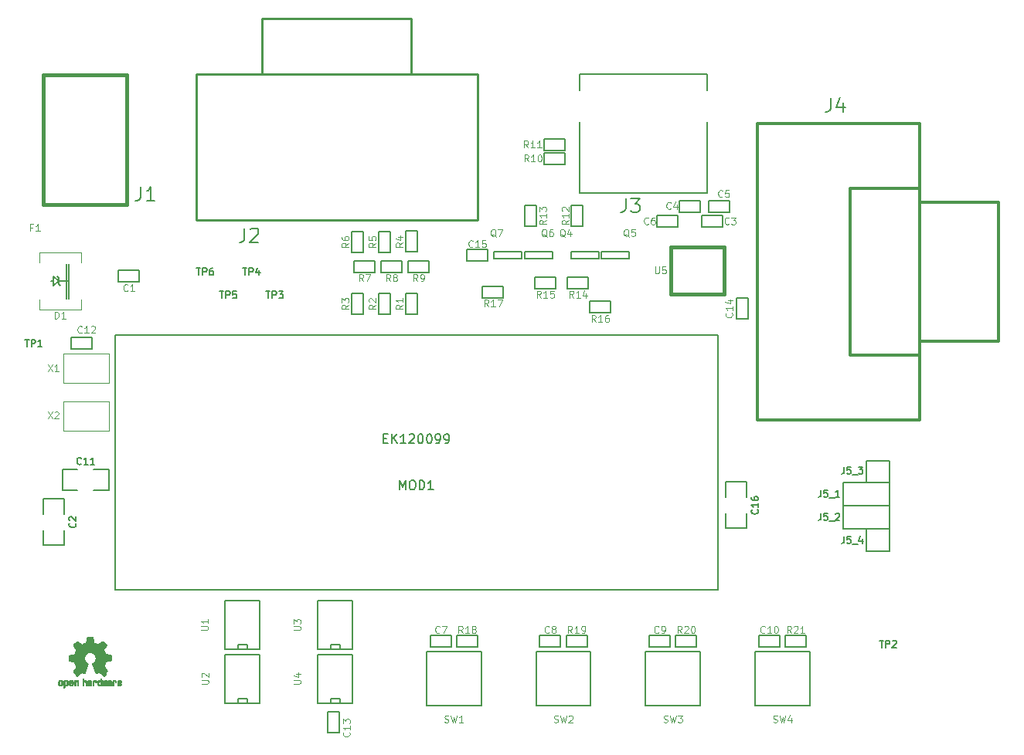
<source format=gto>
G04 (created by PCBNEW (2014-01-10 BZR 4027)-stable) date Tue 11 Mar 2014 09:34:13 AM CET*
%MOIN*%
G04 Gerber Fmt 3.4, Leading zero omitted, Abs format*
%FSLAX34Y34*%
G01*
G70*
G90*
G04 APERTURE LIST*
%ADD10C,0.00590551*%
%ADD11C,0.006*%
%ADD12C,0.005*%
%ADD13C,0.004*%
%ADD14C,0.01*%
%ADD15C,0.015*%
%ADD16C,0.012*%
%ADD17C,0.0063*%
%ADD18C,0.0011*%
%ADD19C,0.0035*%
%ADD20C,0.008*%
G04 APERTURE END LIST*
G54D10*
G54D11*
X104000Y-59950D02*
X104000Y-59000D01*
X105000Y-59950D02*
X104000Y-59950D01*
X105000Y-59000D02*
X105000Y-59950D01*
X104000Y-56050D02*
X104000Y-57000D01*
X105000Y-56050D02*
X104000Y-56050D01*
X105000Y-57000D02*
X105000Y-56050D01*
G54D10*
X97595Y-61640D02*
X71595Y-61640D01*
X71595Y-61640D02*
X71595Y-50640D01*
X71595Y-50640D02*
X97595Y-50640D01*
X97595Y-50640D02*
X97595Y-61640D01*
G54D12*
X91275Y-47035D02*
X92475Y-47035D01*
X92475Y-47035D02*
X92475Y-47335D01*
X92475Y-47335D02*
X91275Y-47335D01*
X91275Y-47335D02*
X91275Y-47035D01*
X89265Y-47035D02*
X90465Y-47035D01*
X90465Y-47035D02*
X90465Y-47335D01*
X90465Y-47335D02*
X89265Y-47335D01*
X89265Y-47335D02*
X89265Y-47035D01*
X89155Y-47335D02*
X87955Y-47335D01*
X87955Y-47335D02*
X87955Y-47035D01*
X87955Y-47035D02*
X89155Y-47035D01*
X89155Y-47035D02*
X89155Y-47335D01*
X93785Y-47335D02*
X92585Y-47335D01*
X92585Y-47335D02*
X92585Y-47035D01*
X92585Y-47035D02*
X93785Y-47035D01*
X93785Y-47035D02*
X93785Y-47335D01*
X77810Y-66510D02*
X77860Y-66510D01*
X77860Y-66510D02*
X77860Y-64410D01*
X76360Y-64410D02*
X76360Y-66510D01*
X76360Y-66510D02*
X77810Y-66510D01*
X76910Y-66510D02*
X76910Y-66310D01*
X76910Y-66310D02*
X77310Y-66310D01*
X77310Y-66310D02*
X77310Y-66510D01*
X76360Y-64410D02*
X77860Y-64410D01*
X81795Y-64190D02*
X81845Y-64190D01*
X81845Y-64190D02*
X81845Y-62090D01*
X80345Y-62090D02*
X80345Y-64190D01*
X80345Y-64190D02*
X81795Y-64190D01*
X80895Y-64190D02*
X80895Y-63990D01*
X80895Y-63990D02*
X81295Y-63990D01*
X81295Y-63990D02*
X81295Y-64190D01*
X80345Y-62090D02*
X81845Y-62090D01*
X77800Y-64185D02*
X77850Y-64185D01*
X77850Y-64185D02*
X77850Y-62085D01*
X76350Y-62085D02*
X76350Y-64185D01*
X76350Y-64185D02*
X77800Y-64185D01*
X76900Y-64185D02*
X76900Y-63985D01*
X76900Y-63985D02*
X77300Y-63985D01*
X77300Y-63985D02*
X77300Y-64185D01*
X76350Y-62085D02*
X77850Y-62085D01*
X81795Y-66510D02*
X81845Y-66510D01*
X81845Y-66510D02*
X81845Y-64410D01*
X80345Y-64410D02*
X80345Y-66510D01*
X80345Y-66510D02*
X81795Y-66510D01*
X80895Y-66510D02*
X80895Y-66310D01*
X80895Y-66310D02*
X81295Y-66310D01*
X81295Y-66310D02*
X81295Y-66510D01*
X80345Y-64410D02*
X81845Y-64410D01*
X69400Y-57700D02*
X68500Y-57700D01*
X68500Y-57700D02*
X68500Y-58350D01*
X69400Y-59050D02*
X69400Y-59700D01*
X69400Y-59700D02*
X68500Y-59700D01*
X68500Y-59700D02*
X68500Y-59050D01*
X69400Y-58350D02*
X69400Y-57700D01*
X81815Y-47045D02*
X81815Y-46145D01*
X81815Y-46145D02*
X82315Y-46145D01*
X82315Y-46145D02*
X82315Y-47045D01*
X82315Y-47045D02*
X81815Y-47045D01*
X82985Y-49720D02*
X82985Y-48820D01*
X82985Y-48820D02*
X83485Y-48820D01*
X83485Y-48820D02*
X83485Y-49720D01*
X83485Y-49720D02*
X82985Y-49720D01*
X81815Y-49720D02*
X81815Y-48820D01*
X81815Y-48820D02*
X82315Y-48820D01*
X82315Y-48820D02*
X82315Y-49720D01*
X82315Y-49720D02*
X81815Y-49720D01*
X84155Y-47040D02*
X84155Y-46140D01*
X84155Y-46140D02*
X84655Y-46140D01*
X84655Y-46140D02*
X84655Y-47040D01*
X84655Y-47040D02*
X84155Y-47040D01*
X82985Y-47045D02*
X82985Y-46145D01*
X82985Y-46145D02*
X83485Y-46145D01*
X83485Y-46145D02*
X83485Y-47045D01*
X83485Y-47045D02*
X82985Y-47045D01*
X91125Y-48125D02*
X92025Y-48125D01*
X92025Y-48125D02*
X92025Y-48625D01*
X92025Y-48625D02*
X91125Y-48625D01*
X91125Y-48625D02*
X91125Y-48125D01*
X84255Y-47415D02*
X85155Y-47415D01*
X85155Y-47415D02*
X85155Y-47915D01*
X85155Y-47915D02*
X84255Y-47915D01*
X84255Y-47915D02*
X84255Y-47415D01*
X83085Y-47415D02*
X83985Y-47415D01*
X83985Y-47415D02*
X83985Y-47915D01*
X83985Y-47915D02*
X83085Y-47915D01*
X83085Y-47915D02*
X83085Y-47415D01*
X81915Y-47415D02*
X82815Y-47415D01*
X82815Y-47415D02*
X82815Y-47915D01*
X82815Y-47915D02*
X81915Y-47915D01*
X81915Y-47915D02*
X81915Y-47415D01*
X84155Y-49720D02*
X84155Y-48820D01*
X84155Y-48820D02*
X84655Y-48820D01*
X84655Y-48820D02*
X84655Y-49720D01*
X84655Y-49720D02*
X84155Y-49720D01*
X92985Y-49675D02*
X92085Y-49675D01*
X92085Y-49675D02*
X92085Y-49175D01*
X92085Y-49175D02*
X92985Y-49175D01*
X92985Y-49175D02*
X92985Y-49675D01*
X87455Y-48510D02*
X88355Y-48510D01*
X88355Y-48510D02*
X88355Y-49010D01*
X88355Y-49010D02*
X87455Y-49010D01*
X87455Y-49010D02*
X87455Y-48510D01*
X89715Y-48125D02*
X90615Y-48125D01*
X90615Y-48125D02*
X90615Y-48625D01*
X90615Y-48625D02*
X89715Y-48625D01*
X89715Y-48625D02*
X89715Y-48125D01*
X89765Y-45020D02*
X89765Y-45920D01*
X89765Y-45920D02*
X89265Y-45920D01*
X89265Y-45920D02*
X89265Y-45020D01*
X89265Y-45020D02*
X89765Y-45020D01*
X91275Y-45920D02*
X91275Y-45020D01*
X91275Y-45020D02*
X91775Y-45020D01*
X91775Y-45020D02*
X91775Y-45920D01*
X91775Y-45920D02*
X91275Y-45920D01*
X90115Y-42770D02*
X91015Y-42770D01*
X91015Y-42770D02*
X91015Y-43270D01*
X91015Y-43270D02*
X90115Y-43270D01*
X90115Y-43270D02*
X90115Y-42770D01*
X90115Y-42170D02*
X91015Y-42170D01*
X91015Y-42170D02*
X91015Y-42670D01*
X91015Y-42670D02*
X90115Y-42670D01*
X90115Y-42670D02*
X90115Y-42170D01*
X71755Y-47840D02*
X72655Y-47840D01*
X72655Y-47840D02*
X72655Y-48340D01*
X72655Y-48340D02*
X71755Y-48340D01*
X71755Y-48340D02*
X71755Y-47840D01*
G54D13*
X68335Y-49515D02*
X68335Y-49105D01*
X68335Y-49515D02*
X70135Y-49515D01*
X70135Y-49515D02*
X70135Y-49105D01*
X70135Y-47075D02*
X70135Y-47485D01*
X68335Y-47075D02*
X68335Y-47485D01*
X68335Y-47075D02*
X70135Y-47075D01*
G54D12*
X68935Y-48295D02*
X68855Y-48295D01*
X69495Y-49045D02*
X69495Y-47545D01*
X69625Y-49045D02*
X69625Y-47545D01*
X69185Y-48295D02*
X68935Y-48108D01*
X68935Y-48108D02*
X68935Y-48295D01*
X68935Y-48295D02*
X68935Y-48482D01*
X68935Y-48482D02*
X69185Y-48295D01*
X69185Y-48295D02*
X69185Y-48170D01*
X69185Y-48170D02*
X69123Y-48108D01*
X69185Y-48295D02*
X69185Y-48420D01*
X69185Y-48420D02*
X69247Y-48482D01*
X69185Y-48295D02*
X69622Y-48295D01*
G54D14*
X77950Y-36970D02*
X77950Y-39370D01*
X77950Y-36970D02*
X84380Y-36970D01*
X84380Y-36970D02*
X84380Y-39370D01*
X75100Y-39370D02*
X87230Y-39370D01*
X87230Y-39370D02*
X87230Y-45670D01*
X87230Y-45670D02*
X75100Y-45670D01*
X75100Y-39370D02*
X75100Y-45670D01*
G54D15*
X68510Y-45005D02*
X68510Y-39405D01*
X68510Y-39405D02*
X72110Y-39405D01*
X72110Y-39405D02*
X72110Y-45005D01*
X72110Y-45005D02*
X68510Y-45005D01*
G54D16*
X99300Y-41495D02*
X99300Y-54295D01*
X99300Y-54295D02*
X106300Y-54295D01*
X106300Y-54295D02*
X106300Y-41495D01*
X106300Y-41495D02*
X99300Y-41495D01*
X106300Y-44295D02*
X103300Y-44295D01*
X103300Y-44295D02*
X103300Y-51495D01*
X103300Y-51495D02*
X106300Y-51495D01*
X106300Y-44895D02*
X109700Y-44895D01*
X109700Y-44895D02*
X109700Y-50895D01*
X109700Y-50895D02*
X106300Y-50895D01*
G54D10*
X97155Y-39370D02*
X97155Y-40070D01*
X91635Y-41430D02*
X91635Y-44490D01*
X91635Y-44490D02*
X97155Y-44490D01*
X97155Y-44490D02*
X97155Y-41430D01*
X97155Y-39370D02*
X91635Y-39370D01*
X91635Y-39370D02*
X91635Y-40070D01*
G54D15*
X97884Y-48874D02*
X97884Y-46826D01*
X97884Y-46826D02*
X95580Y-46826D01*
X95580Y-46826D02*
X95580Y-48874D01*
X95580Y-48874D02*
X97884Y-48874D01*
G54D17*
X85040Y-66640D02*
X85040Y-64280D01*
X85040Y-64280D02*
X87400Y-64280D01*
X87400Y-64280D02*
X87400Y-66640D01*
X87400Y-66640D02*
X85040Y-66640D01*
X89765Y-66640D02*
X89765Y-64280D01*
X89765Y-64280D02*
X92125Y-64280D01*
X92125Y-64280D02*
X92125Y-66640D01*
X92125Y-66640D02*
X89765Y-66640D01*
X94490Y-66640D02*
X94490Y-64280D01*
X94490Y-64280D02*
X96850Y-64280D01*
X96850Y-64280D02*
X96850Y-66640D01*
X96850Y-66640D02*
X94490Y-66640D01*
X99215Y-66640D02*
X99215Y-64280D01*
X99215Y-64280D02*
X101575Y-64280D01*
X101575Y-64280D02*
X101575Y-66640D01*
X101575Y-66640D02*
X99215Y-66640D01*
G54D12*
X100275Y-64085D02*
X99375Y-64085D01*
X99375Y-64085D02*
X99375Y-63585D01*
X99375Y-63585D02*
X100275Y-63585D01*
X100275Y-63585D02*
X100275Y-64085D01*
X96920Y-45475D02*
X97820Y-45475D01*
X97820Y-45475D02*
X97820Y-45975D01*
X97820Y-45975D02*
X96920Y-45975D01*
X96920Y-45975D02*
X96920Y-45475D01*
X95550Y-64085D02*
X94650Y-64085D01*
X94650Y-64085D02*
X94650Y-63585D01*
X94650Y-63585D02*
X95550Y-63585D01*
X95550Y-63585D02*
X95550Y-64085D01*
X90825Y-64085D02*
X89925Y-64085D01*
X89925Y-64085D02*
X89925Y-63585D01*
X89925Y-63585D02*
X90825Y-63585D01*
X90825Y-63585D02*
X90825Y-64085D01*
X101415Y-64085D02*
X100515Y-64085D01*
X100515Y-64085D02*
X100515Y-63585D01*
X100515Y-63585D02*
X101415Y-63585D01*
X101415Y-63585D02*
X101415Y-64085D01*
X96690Y-64085D02*
X95790Y-64085D01*
X95790Y-64085D02*
X95790Y-63585D01*
X95790Y-63585D02*
X96690Y-63585D01*
X96690Y-63585D02*
X96690Y-64085D01*
X91965Y-64085D02*
X91065Y-64085D01*
X91065Y-64085D02*
X91065Y-63585D01*
X91065Y-63585D02*
X91965Y-63585D01*
X91965Y-63585D02*
X91965Y-64085D01*
X87240Y-64085D02*
X86340Y-64085D01*
X86340Y-64085D02*
X86340Y-63585D01*
X86340Y-63585D02*
X87240Y-63585D01*
X87240Y-63585D02*
X87240Y-64085D01*
X86100Y-64085D02*
X85200Y-64085D01*
X85200Y-64085D02*
X85200Y-63585D01*
X85200Y-63585D02*
X86100Y-63585D01*
X86100Y-63585D02*
X86100Y-64085D01*
X95880Y-45975D02*
X94980Y-45975D01*
X94980Y-45975D02*
X94980Y-45475D01*
X94980Y-45475D02*
X95880Y-45475D01*
X95880Y-45475D02*
X95880Y-45975D01*
X97225Y-44815D02*
X98125Y-44815D01*
X98125Y-44815D02*
X98125Y-45315D01*
X98125Y-45315D02*
X97225Y-45315D01*
X97225Y-45315D02*
X97225Y-44815D01*
X95950Y-44815D02*
X96850Y-44815D01*
X96850Y-44815D02*
X96850Y-45315D01*
X96850Y-45315D02*
X95950Y-45315D01*
X95950Y-45315D02*
X95950Y-44815D01*
G54D11*
X105000Y-57000D02*
X105000Y-58000D01*
X105000Y-58000D02*
X103000Y-58000D01*
X103000Y-58000D02*
X103000Y-57000D01*
X103000Y-57000D02*
X105000Y-57000D01*
X105000Y-58000D02*
X105000Y-59000D01*
X105000Y-59000D02*
X103000Y-59000D01*
X103000Y-59000D02*
X103000Y-58000D01*
X103000Y-58000D02*
X105000Y-58000D01*
G54D13*
X69375Y-51440D02*
X71355Y-51440D01*
X71355Y-51440D02*
X71355Y-52700D01*
X71355Y-52700D02*
X69375Y-52700D01*
X69375Y-52700D02*
X69375Y-51440D01*
X69370Y-53490D02*
X71350Y-53490D01*
X71350Y-53490D02*
X71350Y-54750D01*
X71350Y-54750D02*
X69370Y-54750D01*
X69370Y-54750D02*
X69370Y-53490D01*
G54D12*
X71340Y-57330D02*
X71340Y-56430D01*
X71340Y-56430D02*
X70690Y-56430D01*
X69990Y-57330D02*
X69340Y-57330D01*
X69340Y-57330D02*
X69340Y-56430D01*
X69340Y-56430D02*
X69990Y-56430D01*
X70690Y-57330D02*
X71340Y-57330D01*
X69715Y-50710D02*
X70615Y-50710D01*
X70615Y-50710D02*
X70615Y-51210D01*
X70615Y-51210D02*
X69715Y-51210D01*
X69715Y-51210D02*
X69715Y-50710D01*
X81280Y-66900D02*
X81280Y-67800D01*
X81280Y-67800D02*
X80780Y-67800D01*
X80780Y-67800D02*
X80780Y-66900D01*
X80780Y-66900D02*
X81280Y-66900D01*
X98415Y-49930D02*
X98415Y-49030D01*
X98415Y-49030D02*
X98915Y-49030D01*
X98915Y-49030D02*
X98915Y-49930D01*
X98915Y-49930D02*
X98415Y-49930D01*
X87680Y-47435D02*
X86780Y-47435D01*
X86780Y-47435D02*
X86780Y-46935D01*
X86780Y-46935D02*
X87680Y-46935D01*
X87680Y-46935D02*
X87680Y-47435D01*
G54D18*
X70455Y-63660D02*
X70555Y-63660D01*
X70395Y-63670D02*
X70645Y-63670D01*
X70395Y-63680D02*
X70645Y-63680D01*
X70385Y-63690D02*
X70655Y-63690D01*
X70385Y-63700D02*
X70655Y-63700D01*
X70385Y-63710D02*
X70655Y-63710D01*
X70385Y-63720D02*
X70655Y-63720D01*
X70385Y-63730D02*
X70655Y-63730D01*
X70385Y-63740D02*
X70655Y-63740D01*
X70375Y-63750D02*
X70665Y-63750D01*
X70375Y-63760D02*
X70665Y-63760D01*
X70375Y-63770D02*
X70665Y-63770D01*
X70375Y-63780D02*
X70665Y-63780D01*
X70375Y-63790D02*
X70665Y-63790D01*
X70365Y-63800D02*
X70665Y-63800D01*
X70365Y-63810D02*
X70675Y-63810D01*
X70365Y-63820D02*
X70675Y-63820D01*
X70365Y-63830D02*
X70675Y-63830D01*
X70365Y-63840D02*
X70675Y-63840D01*
X69955Y-63850D02*
X69985Y-63850D01*
X70365Y-63850D02*
X70675Y-63850D01*
X71045Y-63850D02*
X71085Y-63850D01*
X69945Y-63860D02*
X69995Y-63860D01*
X70355Y-63860D02*
X70675Y-63860D01*
X71025Y-63860D02*
X71095Y-63860D01*
X69935Y-63870D02*
X70015Y-63870D01*
X70355Y-63870D02*
X70675Y-63870D01*
X71015Y-63870D02*
X71105Y-63870D01*
X69915Y-63880D02*
X70025Y-63880D01*
X70355Y-63880D02*
X70685Y-63880D01*
X70995Y-63880D02*
X71125Y-63880D01*
X69905Y-63890D02*
X70045Y-63890D01*
X70355Y-63890D02*
X70685Y-63890D01*
X70985Y-63890D02*
X71135Y-63890D01*
X69895Y-63900D02*
X70055Y-63900D01*
X70355Y-63900D02*
X70685Y-63900D01*
X70965Y-63900D02*
X71145Y-63900D01*
X69885Y-63910D02*
X70065Y-63910D01*
X70345Y-63910D02*
X70685Y-63910D01*
X70955Y-63910D02*
X71155Y-63910D01*
X69875Y-63920D02*
X70085Y-63920D01*
X70315Y-63920D02*
X70725Y-63920D01*
X70935Y-63920D02*
X71165Y-63920D01*
X69865Y-63930D02*
X70095Y-63930D01*
X70285Y-63930D02*
X70755Y-63930D01*
X70925Y-63930D02*
X71175Y-63930D01*
X69855Y-63940D02*
X70115Y-63940D01*
X70255Y-63940D02*
X70775Y-63940D01*
X70905Y-63940D02*
X71185Y-63940D01*
X69845Y-63950D02*
X70125Y-63950D01*
X70235Y-63950D02*
X70805Y-63950D01*
X70895Y-63950D02*
X71195Y-63950D01*
X69835Y-63960D02*
X70135Y-63960D01*
X70215Y-63960D02*
X70825Y-63960D01*
X70885Y-63960D02*
X71205Y-63960D01*
X69825Y-63970D02*
X70155Y-63970D01*
X70195Y-63970D02*
X70845Y-63970D01*
X70865Y-63970D02*
X71215Y-63970D01*
X69815Y-63980D02*
X70165Y-63980D01*
X70175Y-63980D02*
X71225Y-63980D01*
X69805Y-63990D02*
X71225Y-63990D01*
X69805Y-64000D02*
X71235Y-64000D01*
X69795Y-64010D02*
X71235Y-64010D01*
X69795Y-64020D02*
X71235Y-64020D01*
X69805Y-64030D02*
X71235Y-64030D01*
X69805Y-64040D02*
X71225Y-64040D01*
X69815Y-64050D02*
X71225Y-64050D01*
X69825Y-64060D02*
X71215Y-64060D01*
X69825Y-64070D02*
X71205Y-64070D01*
X69835Y-64080D02*
X71195Y-64080D01*
X69845Y-64090D02*
X71195Y-64090D01*
X69855Y-64100D02*
X71185Y-64100D01*
X69855Y-64110D02*
X71175Y-64110D01*
X69865Y-64120D02*
X71175Y-64120D01*
X69875Y-64130D02*
X71165Y-64130D01*
X69875Y-64140D02*
X71155Y-64140D01*
X69885Y-64150D02*
X71145Y-64150D01*
X69895Y-64160D02*
X71145Y-64160D01*
X69895Y-64170D02*
X71135Y-64170D01*
X69905Y-64180D02*
X71125Y-64180D01*
X69915Y-64190D02*
X71115Y-64190D01*
X69915Y-64200D02*
X71115Y-64200D01*
X69925Y-64210D02*
X71105Y-64210D01*
X69925Y-64220D02*
X71105Y-64220D01*
X69925Y-64230D02*
X71115Y-64230D01*
X69915Y-64240D02*
X71125Y-64240D01*
X69915Y-64250D02*
X71125Y-64250D01*
X69905Y-64260D02*
X71135Y-64260D01*
X69905Y-64270D02*
X71135Y-64270D01*
X69895Y-64280D02*
X71145Y-64280D01*
X69895Y-64290D02*
X71145Y-64290D01*
X69885Y-64300D02*
X71155Y-64300D01*
X69885Y-64310D02*
X71155Y-64310D01*
X69875Y-64320D02*
X71155Y-64320D01*
X69875Y-64330D02*
X70475Y-64330D01*
X70565Y-64330D02*
X71165Y-64330D01*
X69875Y-64340D02*
X70445Y-64340D01*
X70595Y-64340D02*
X71165Y-64340D01*
X69865Y-64350D02*
X70415Y-64350D01*
X70625Y-64350D02*
X71175Y-64350D01*
X69865Y-64360D02*
X70395Y-64360D01*
X70645Y-64360D02*
X71175Y-64360D01*
X69865Y-64370D02*
X70385Y-64370D01*
X70655Y-64370D02*
X71175Y-64370D01*
X69855Y-64380D02*
X70365Y-64380D01*
X70675Y-64380D02*
X71185Y-64380D01*
X69855Y-64390D02*
X70355Y-64390D01*
X70685Y-64390D02*
X71215Y-64390D01*
X69855Y-64400D02*
X70345Y-64400D01*
X70695Y-64400D02*
X71275Y-64400D01*
X69845Y-64410D02*
X70335Y-64410D01*
X70705Y-64410D02*
X71325Y-64410D01*
X69785Y-64420D02*
X70325Y-64420D01*
X70715Y-64420D02*
X71385Y-64420D01*
X69725Y-64430D02*
X70325Y-64430D01*
X70715Y-64430D02*
X71425Y-64430D01*
X69665Y-64440D02*
X70315Y-64440D01*
X70725Y-64440D02*
X71425Y-64440D01*
X69615Y-64450D02*
X70305Y-64450D01*
X70735Y-64450D02*
X71435Y-64450D01*
X69605Y-64460D02*
X70305Y-64460D01*
X70735Y-64460D02*
X71435Y-64460D01*
X69605Y-64470D02*
X70295Y-64470D01*
X70745Y-64470D02*
X71435Y-64470D01*
X69605Y-64480D02*
X70295Y-64480D01*
X70745Y-64480D02*
X71435Y-64480D01*
X69605Y-64490D02*
X70285Y-64490D01*
X70755Y-64490D02*
X71435Y-64490D01*
X69605Y-64500D02*
X70285Y-64500D01*
X70755Y-64500D02*
X71435Y-64500D01*
X69605Y-64510D02*
X70285Y-64510D01*
X70755Y-64510D02*
X71435Y-64510D01*
X69605Y-64520D02*
X70285Y-64520D01*
X70765Y-64520D02*
X71435Y-64520D01*
X69605Y-64530D02*
X70275Y-64530D01*
X70765Y-64530D02*
X71435Y-64530D01*
X69605Y-64540D02*
X70275Y-64540D01*
X70765Y-64540D02*
X71445Y-64540D01*
X69595Y-64550D02*
X70275Y-64550D01*
X70765Y-64550D02*
X71445Y-64550D01*
X69595Y-64560D02*
X70275Y-64560D01*
X70765Y-64560D02*
X71445Y-64560D01*
X69595Y-64570D02*
X70275Y-64570D01*
X70765Y-64570D02*
X71445Y-64570D01*
X69595Y-64580D02*
X70275Y-64580D01*
X70765Y-64580D02*
X71445Y-64580D01*
X69595Y-64590D02*
X70275Y-64590D01*
X70765Y-64590D02*
X71445Y-64590D01*
X69595Y-64600D02*
X70275Y-64600D01*
X70765Y-64600D02*
X71445Y-64600D01*
X69595Y-64610D02*
X70275Y-64610D01*
X70765Y-64610D02*
X71445Y-64610D01*
X69595Y-64620D02*
X70275Y-64620D01*
X70765Y-64620D02*
X71445Y-64620D01*
X69595Y-64630D02*
X70285Y-64630D01*
X70765Y-64630D02*
X71445Y-64630D01*
X69605Y-64640D02*
X70285Y-64640D01*
X70755Y-64640D02*
X71445Y-64640D01*
X69605Y-64650D02*
X70285Y-64650D01*
X70755Y-64650D02*
X71435Y-64650D01*
X69605Y-64660D02*
X70295Y-64660D01*
X70755Y-64660D02*
X71435Y-64660D01*
X69605Y-64670D02*
X70295Y-64670D01*
X70745Y-64670D02*
X71435Y-64670D01*
X69605Y-64680D02*
X70295Y-64680D01*
X70745Y-64680D02*
X71425Y-64680D01*
X69605Y-64690D02*
X70305Y-64690D01*
X70735Y-64690D02*
X71365Y-64690D01*
X69645Y-64700D02*
X70315Y-64700D01*
X70735Y-64700D02*
X71305Y-64700D01*
X69695Y-64710D02*
X70315Y-64710D01*
X70725Y-64710D02*
X71235Y-64710D01*
X69755Y-64720D02*
X70325Y-64720D01*
X70715Y-64720D02*
X71195Y-64720D01*
X69805Y-64730D02*
X70335Y-64730D01*
X70705Y-64730D02*
X71195Y-64730D01*
X69845Y-64740D02*
X70345Y-64740D01*
X70705Y-64740D02*
X71195Y-64740D01*
X69855Y-64750D02*
X70345Y-64750D01*
X70695Y-64750D02*
X71185Y-64750D01*
X69855Y-64760D02*
X70365Y-64760D01*
X70675Y-64760D02*
X71185Y-64760D01*
X69855Y-64770D02*
X70375Y-64770D01*
X70665Y-64770D02*
X71185Y-64770D01*
X69855Y-64780D02*
X70385Y-64780D01*
X70655Y-64780D02*
X71185Y-64780D01*
X69865Y-64790D02*
X70405Y-64790D01*
X70635Y-64790D02*
X71175Y-64790D01*
X69865Y-64800D02*
X70425Y-64800D01*
X70615Y-64800D02*
X71175Y-64800D01*
X69865Y-64810D02*
X70435Y-64810D01*
X70615Y-64810D02*
X71175Y-64810D01*
X69875Y-64820D02*
X70435Y-64820D01*
X70615Y-64820D02*
X71165Y-64820D01*
X69875Y-64830D02*
X70435Y-64830D01*
X70615Y-64830D02*
X71165Y-64830D01*
X69875Y-64840D02*
X70425Y-64840D01*
X70625Y-64840D02*
X71155Y-64840D01*
X69885Y-64850D02*
X70425Y-64850D01*
X70625Y-64850D02*
X71155Y-64850D01*
X69885Y-64860D02*
X70425Y-64860D01*
X70625Y-64860D02*
X71155Y-64860D01*
X69895Y-64870D02*
X70415Y-64870D01*
X70635Y-64870D02*
X71145Y-64870D01*
X69895Y-64880D02*
X70415Y-64880D01*
X70635Y-64880D02*
X71145Y-64880D01*
X69905Y-64890D02*
X70405Y-64890D01*
X70645Y-64890D02*
X71135Y-64890D01*
X69905Y-64900D02*
X70405Y-64900D01*
X70645Y-64900D02*
X71135Y-64900D01*
X69915Y-64910D02*
X70405Y-64910D01*
X70645Y-64910D02*
X71125Y-64910D01*
X69915Y-64920D02*
X70395Y-64920D01*
X70655Y-64920D02*
X71135Y-64920D01*
X69925Y-64930D02*
X70395Y-64930D01*
X70655Y-64930D02*
X71135Y-64930D01*
X69925Y-64940D02*
X70395Y-64940D01*
X70665Y-64940D02*
X71145Y-64940D01*
X69925Y-64950D02*
X70385Y-64950D01*
X70665Y-64950D02*
X71155Y-64950D01*
X69925Y-64960D02*
X70385Y-64960D01*
X70665Y-64960D02*
X71165Y-64960D01*
X69915Y-64970D02*
X70385Y-64970D01*
X70675Y-64970D02*
X71165Y-64970D01*
X69905Y-64980D02*
X70375Y-64980D01*
X70675Y-64980D02*
X71175Y-64980D01*
X69895Y-64990D02*
X70375Y-64990D01*
X70675Y-64990D02*
X71185Y-64990D01*
X69895Y-65000D02*
X70375Y-65000D01*
X70685Y-65000D02*
X71185Y-65000D01*
X69885Y-65010D02*
X70365Y-65010D01*
X70685Y-65010D02*
X71195Y-65010D01*
X69875Y-65020D02*
X70365Y-65020D01*
X70695Y-65020D02*
X71205Y-65020D01*
X69865Y-65030D02*
X70365Y-65030D01*
X70695Y-65030D02*
X71205Y-65030D01*
X69865Y-65040D02*
X70355Y-65040D01*
X70695Y-65040D02*
X71215Y-65040D01*
X69855Y-65050D02*
X70355Y-65050D01*
X70705Y-65050D02*
X71225Y-65050D01*
X69845Y-65060D02*
X70345Y-65060D01*
X70705Y-65060D02*
X71225Y-65060D01*
X69845Y-65070D02*
X70345Y-65070D01*
X70715Y-65070D02*
X71235Y-65070D01*
X69835Y-65080D02*
X70345Y-65080D01*
X70715Y-65080D02*
X71245Y-65080D01*
X69825Y-65090D02*
X70335Y-65090D01*
X70715Y-65090D02*
X71255Y-65090D01*
X69815Y-65100D02*
X70335Y-65100D01*
X70725Y-65100D02*
X71255Y-65100D01*
X69815Y-65110D02*
X70335Y-65110D01*
X70725Y-65110D02*
X71265Y-65110D01*
X69805Y-65120D02*
X70325Y-65120D01*
X70735Y-65120D02*
X71265Y-65120D01*
X69795Y-65130D02*
X70325Y-65130D01*
X70735Y-65130D02*
X71265Y-65130D01*
X69795Y-65140D02*
X70325Y-65140D01*
X70735Y-65140D02*
X71255Y-65140D01*
X69795Y-65150D02*
X70315Y-65150D01*
X70745Y-65150D02*
X71245Y-65150D01*
X69795Y-65160D02*
X70315Y-65160D01*
X70745Y-65160D02*
X71235Y-65160D01*
X69805Y-65170D02*
X70315Y-65170D01*
X70745Y-65170D02*
X71225Y-65170D01*
X69815Y-65180D02*
X70305Y-65180D01*
X70755Y-65180D02*
X71225Y-65180D01*
X69825Y-65190D02*
X70305Y-65190D01*
X70755Y-65190D02*
X70895Y-65190D01*
X70915Y-65190D02*
X71215Y-65190D01*
X69835Y-65200D02*
X70305Y-65200D01*
X70765Y-65200D02*
X70865Y-65200D01*
X70945Y-65200D02*
X71205Y-65200D01*
X69845Y-65210D02*
X70145Y-65210D01*
X70195Y-65210D02*
X70295Y-65210D01*
X70765Y-65210D02*
X70845Y-65210D01*
X70955Y-65210D02*
X71195Y-65210D01*
X69855Y-65220D02*
X70125Y-65220D01*
X70225Y-65220D02*
X70295Y-65220D01*
X70765Y-65220D02*
X70825Y-65220D01*
X70965Y-65220D02*
X71185Y-65220D01*
X69865Y-65230D02*
X70105Y-65230D01*
X70245Y-65230D02*
X70285Y-65230D01*
X70775Y-65230D02*
X70805Y-65230D01*
X70975Y-65230D02*
X71195Y-65230D01*
X69875Y-65240D02*
X70095Y-65240D01*
X70265Y-65240D02*
X70285Y-65240D01*
X70775Y-65240D02*
X70785Y-65240D01*
X70975Y-65240D02*
X71195Y-65240D01*
X69885Y-65250D02*
X70075Y-65250D01*
X70995Y-65250D02*
X71195Y-65250D01*
X69895Y-65260D02*
X70065Y-65260D01*
X71005Y-65260D02*
X71195Y-65260D01*
X69895Y-65270D02*
X70045Y-65270D01*
X71015Y-65270D02*
X71195Y-65270D01*
X69895Y-65280D02*
X70035Y-65280D01*
X71035Y-65280D02*
X71195Y-65280D01*
X69895Y-65290D02*
X70025Y-65290D01*
X71055Y-65290D02*
X71185Y-65290D01*
X69905Y-65300D02*
X70015Y-65300D01*
X71075Y-65300D02*
X71185Y-65300D01*
X69905Y-65310D02*
X70005Y-65310D01*
X71085Y-65310D02*
X71175Y-65310D01*
X69915Y-65320D02*
X70005Y-65320D01*
X71095Y-65320D02*
X71175Y-65320D01*
X69925Y-65330D02*
X69995Y-65330D01*
X71105Y-65330D02*
X71165Y-65330D01*
X69935Y-65340D02*
X69995Y-65340D01*
X71115Y-65340D02*
X71155Y-65340D01*
X69945Y-65350D02*
X69985Y-65350D01*
X71125Y-65350D02*
X71145Y-65350D01*
X69955Y-65360D02*
X69985Y-65360D01*
X70225Y-65450D02*
X70245Y-65450D01*
X70995Y-65450D02*
X71015Y-65450D01*
X70205Y-65460D02*
X70245Y-65460D01*
X70975Y-65460D02*
X71015Y-65460D01*
X70205Y-65470D02*
X70245Y-65470D01*
X70975Y-65470D02*
X71015Y-65470D01*
X70205Y-65480D02*
X70245Y-65480D01*
X70975Y-65480D02*
X71015Y-65480D01*
X70205Y-65490D02*
X70245Y-65490D01*
X70975Y-65490D02*
X71015Y-65490D01*
X70205Y-65500D02*
X70245Y-65500D01*
X70975Y-65500D02*
X71015Y-65500D01*
X70205Y-65510D02*
X70245Y-65510D01*
X70975Y-65510D02*
X71015Y-65510D01*
X69205Y-65520D02*
X69285Y-65520D01*
X69435Y-65520D02*
X69515Y-65520D01*
X69665Y-65520D02*
X69735Y-65520D01*
X69885Y-65520D02*
X69965Y-65520D01*
X70205Y-65520D02*
X70245Y-65520D01*
X70975Y-65520D02*
X71015Y-65520D01*
X69195Y-65530D02*
X69305Y-65530D01*
X69415Y-65530D02*
X69535Y-65530D01*
X69645Y-65530D02*
X69755Y-65530D01*
X69865Y-65530D02*
X69985Y-65530D01*
X70205Y-65530D02*
X70245Y-65530D01*
X70275Y-65530D02*
X70305Y-65530D01*
X70485Y-65530D02*
X70515Y-65530D01*
X70705Y-65530D02*
X70735Y-65530D01*
X70915Y-65530D02*
X70945Y-65530D01*
X70975Y-65530D02*
X71015Y-65530D01*
X71075Y-65530D02*
X71085Y-65530D01*
X71155Y-65530D02*
X71165Y-65530D01*
X71235Y-65530D02*
X71245Y-65530D01*
X71345Y-65530D02*
X71375Y-65530D01*
X71555Y-65530D02*
X71585Y-65530D01*
X71775Y-65530D02*
X71805Y-65530D01*
X69185Y-65540D02*
X69315Y-65540D01*
X69405Y-65540D02*
X69545Y-65540D01*
X69635Y-65540D02*
X69765Y-65540D01*
X69855Y-65540D02*
X69995Y-65540D01*
X70205Y-65540D02*
X70335Y-65540D01*
X70455Y-65540D02*
X70545Y-65540D01*
X70675Y-65540D02*
X70765Y-65540D01*
X70885Y-65540D02*
X71015Y-65540D01*
X71055Y-65540D02*
X71085Y-65540D01*
X71135Y-65540D02*
X71165Y-65540D01*
X71215Y-65540D02*
X71245Y-65540D01*
X71315Y-65540D02*
X71405Y-65540D01*
X71525Y-65540D02*
X71615Y-65540D01*
X71745Y-65540D02*
X71835Y-65540D01*
X69175Y-65550D02*
X69325Y-65550D01*
X69395Y-65550D02*
X69555Y-65550D01*
X69625Y-65550D02*
X69775Y-65550D01*
X69855Y-65550D02*
X70005Y-65550D01*
X70205Y-65550D02*
X70345Y-65550D01*
X70445Y-65550D02*
X70565Y-65550D01*
X70655Y-65550D02*
X70775Y-65550D01*
X70875Y-65550D02*
X71015Y-65550D01*
X71035Y-65550D02*
X71085Y-65550D01*
X71125Y-65550D02*
X71165Y-65550D01*
X71205Y-65550D02*
X71245Y-65550D01*
X71305Y-65550D02*
X71415Y-65550D01*
X71515Y-65550D02*
X71635Y-65550D01*
X71725Y-65550D02*
X71845Y-65550D01*
X69165Y-65560D02*
X69335Y-65560D01*
X69395Y-65560D02*
X69555Y-65560D01*
X69615Y-65560D02*
X69785Y-65560D01*
X69845Y-65560D02*
X70005Y-65560D01*
X70205Y-65560D02*
X70355Y-65560D01*
X70435Y-65560D02*
X70575Y-65560D01*
X70645Y-65560D02*
X70785Y-65560D01*
X70865Y-65560D02*
X71015Y-65560D01*
X71035Y-65560D02*
X71085Y-65560D01*
X71125Y-65560D02*
X71165Y-65560D01*
X71205Y-65560D02*
X71245Y-65560D01*
X71295Y-65560D02*
X71425Y-65560D01*
X71505Y-65560D02*
X71645Y-65560D01*
X71715Y-65560D02*
X71855Y-65560D01*
X69165Y-65570D02*
X69335Y-65570D01*
X69385Y-65570D02*
X69565Y-65570D01*
X69615Y-65570D02*
X69785Y-65570D01*
X69835Y-65570D02*
X70015Y-65570D01*
X70205Y-65570D02*
X70365Y-65570D01*
X70425Y-65570D02*
X70575Y-65570D01*
X70645Y-65570D02*
X70795Y-65570D01*
X70855Y-65570D02*
X71015Y-65570D01*
X71035Y-65570D02*
X71085Y-65570D01*
X71125Y-65570D02*
X71165Y-65570D01*
X71205Y-65570D02*
X71245Y-65570D01*
X71285Y-65570D02*
X71435Y-65570D01*
X71495Y-65570D02*
X71645Y-65570D01*
X71715Y-65570D02*
X71865Y-65570D01*
X69155Y-65580D02*
X69225Y-65580D01*
X69275Y-65580D02*
X69335Y-65580D01*
X69385Y-65580D02*
X69455Y-65580D01*
X69495Y-65580D02*
X69565Y-65580D01*
X69615Y-65580D02*
X69675Y-65580D01*
X69725Y-65580D02*
X69795Y-65580D01*
X69835Y-65580D02*
X69905Y-65580D01*
X69945Y-65580D02*
X70015Y-65580D01*
X70205Y-65580D02*
X70275Y-65580D01*
X70305Y-65580D02*
X70365Y-65580D01*
X70425Y-65580D02*
X70485Y-65580D01*
X70525Y-65580D02*
X70585Y-65580D01*
X70635Y-65580D02*
X70695Y-65580D01*
X70735Y-65580D02*
X70795Y-65580D01*
X70855Y-65580D02*
X70915Y-65580D01*
X70945Y-65580D02*
X71015Y-65580D01*
X71035Y-65580D02*
X71085Y-65580D01*
X71125Y-65580D02*
X71165Y-65580D01*
X71205Y-65580D02*
X71245Y-65580D01*
X71275Y-65580D02*
X71345Y-65580D01*
X71375Y-65580D02*
X71435Y-65580D01*
X71495Y-65580D02*
X71555Y-65580D01*
X71595Y-65580D02*
X71655Y-65580D01*
X71705Y-65580D02*
X71765Y-65580D01*
X71805Y-65580D02*
X71865Y-65580D01*
X69155Y-65590D02*
X69215Y-65590D01*
X69275Y-65590D02*
X69335Y-65590D01*
X69385Y-65590D02*
X69445Y-65590D01*
X69505Y-65590D02*
X69565Y-65590D01*
X69605Y-65590D02*
X69675Y-65590D01*
X69725Y-65590D02*
X69795Y-65590D01*
X69835Y-65590D02*
X69895Y-65590D01*
X69955Y-65590D02*
X70015Y-65590D01*
X70205Y-65590D02*
X70255Y-65590D01*
X70315Y-65590D02*
X70375Y-65590D01*
X70415Y-65590D02*
X70475Y-65590D01*
X70535Y-65590D02*
X70585Y-65590D01*
X70635Y-65590D02*
X70685Y-65590D01*
X70745Y-65590D02*
X70805Y-65590D01*
X70845Y-65590D02*
X70905Y-65590D01*
X70965Y-65590D02*
X71015Y-65590D01*
X71035Y-65590D02*
X71085Y-65590D01*
X71125Y-65590D02*
X71165Y-65590D01*
X71205Y-65590D02*
X71245Y-65590D01*
X71275Y-65590D02*
X71325Y-65590D01*
X71385Y-65590D02*
X71445Y-65590D01*
X71485Y-65590D02*
X71545Y-65590D01*
X71605Y-65590D02*
X71655Y-65590D01*
X71705Y-65590D02*
X71755Y-65590D01*
X71815Y-65590D02*
X71875Y-65590D01*
X69155Y-65600D02*
X69215Y-65600D01*
X69285Y-65600D02*
X69345Y-65600D01*
X69385Y-65600D02*
X69445Y-65600D01*
X69505Y-65600D02*
X69565Y-65600D01*
X69605Y-65600D02*
X69665Y-65600D01*
X69725Y-65600D02*
X69795Y-65600D01*
X69835Y-65600D02*
X69895Y-65600D01*
X69965Y-65600D02*
X70015Y-65600D01*
X70205Y-65600D02*
X70255Y-65600D01*
X70325Y-65600D02*
X70375Y-65600D01*
X70415Y-65600D02*
X70465Y-65600D01*
X70535Y-65600D02*
X70585Y-65600D01*
X70635Y-65600D02*
X70675Y-65600D01*
X70755Y-65600D02*
X70805Y-65600D01*
X70845Y-65600D02*
X70895Y-65600D01*
X70965Y-65600D02*
X71015Y-65600D01*
X71035Y-65600D02*
X71085Y-65600D01*
X71125Y-65600D02*
X71165Y-65600D01*
X71205Y-65600D02*
X71245Y-65600D01*
X71275Y-65600D02*
X71325Y-65600D01*
X71395Y-65600D02*
X71445Y-65600D01*
X71485Y-65600D02*
X71535Y-65600D01*
X71605Y-65600D02*
X71655Y-65600D01*
X71705Y-65600D02*
X71745Y-65600D01*
X71825Y-65600D02*
X71875Y-65600D01*
X69155Y-65610D02*
X69215Y-65610D01*
X69285Y-65610D02*
X69345Y-65610D01*
X69385Y-65610D02*
X69435Y-65610D01*
X69515Y-65610D02*
X69565Y-65610D01*
X69605Y-65610D02*
X69665Y-65610D01*
X69705Y-65610D02*
X69795Y-65610D01*
X69835Y-65610D02*
X69895Y-65610D01*
X69965Y-65610D02*
X70015Y-65610D01*
X70205Y-65610D02*
X70245Y-65610D01*
X70325Y-65610D02*
X70375Y-65610D01*
X70415Y-65610D02*
X70465Y-65610D01*
X70545Y-65610D02*
X70585Y-65610D01*
X70635Y-65610D02*
X70675Y-65610D01*
X70755Y-65610D02*
X70805Y-65610D01*
X70845Y-65610D02*
X70895Y-65610D01*
X70975Y-65610D02*
X71015Y-65610D01*
X71035Y-65610D02*
X71085Y-65610D01*
X71125Y-65610D02*
X71165Y-65610D01*
X71205Y-65610D02*
X71245Y-65610D01*
X71275Y-65610D02*
X71315Y-65610D01*
X71395Y-65610D02*
X71445Y-65610D01*
X71485Y-65610D02*
X71535Y-65610D01*
X71615Y-65610D02*
X71655Y-65610D01*
X71705Y-65610D02*
X71745Y-65610D01*
X71825Y-65610D02*
X71875Y-65610D01*
X69155Y-65620D02*
X69215Y-65620D01*
X69285Y-65620D02*
X69345Y-65620D01*
X69385Y-65620D02*
X69435Y-65620D01*
X69515Y-65620D02*
X69565Y-65620D01*
X69605Y-65620D02*
X69665Y-65620D01*
X69675Y-65620D02*
X69795Y-65620D01*
X69835Y-65620D02*
X69895Y-65620D01*
X69965Y-65620D02*
X70015Y-65620D01*
X70205Y-65620D02*
X70245Y-65620D01*
X70335Y-65620D02*
X70375Y-65620D01*
X70415Y-65620D02*
X70465Y-65620D01*
X70525Y-65620D02*
X70585Y-65620D01*
X70635Y-65620D02*
X70675Y-65620D01*
X70755Y-65620D02*
X70805Y-65620D01*
X70845Y-65620D02*
X70885Y-65620D01*
X70975Y-65620D02*
X71015Y-65620D01*
X71035Y-65620D02*
X71085Y-65620D01*
X71125Y-65620D02*
X71165Y-65620D01*
X71205Y-65620D02*
X71245Y-65620D01*
X71275Y-65620D02*
X71315Y-65620D01*
X71385Y-65620D02*
X71445Y-65620D01*
X71485Y-65620D02*
X71535Y-65620D01*
X71615Y-65620D02*
X71655Y-65620D01*
X71705Y-65620D02*
X71745Y-65620D01*
X71805Y-65620D02*
X71875Y-65620D01*
X69155Y-65630D02*
X69215Y-65630D01*
X69285Y-65630D02*
X69345Y-65630D01*
X69385Y-65630D02*
X69435Y-65630D01*
X69515Y-65630D02*
X69565Y-65630D01*
X69605Y-65630D02*
X69795Y-65630D01*
X69835Y-65630D02*
X69895Y-65630D01*
X69965Y-65630D02*
X70015Y-65630D01*
X70205Y-65630D02*
X70245Y-65630D01*
X70335Y-65630D02*
X70375Y-65630D01*
X70415Y-65630D02*
X70445Y-65630D01*
X70505Y-65630D02*
X70585Y-65630D01*
X70635Y-65630D02*
X70675Y-65630D01*
X70755Y-65630D02*
X70785Y-65630D01*
X70845Y-65630D02*
X70885Y-65630D01*
X70975Y-65630D02*
X71015Y-65630D01*
X71035Y-65630D02*
X71085Y-65630D01*
X71125Y-65630D02*
X71165Y-65630D01*
X71205Y-65630D02*
X71245Y-65630D01*
X71275Y-65630D02*
X71305Y-65630D01*
X71355Y-65630D02*
X71445Y-65630D01*
X71485Y-65630D02*
X71535Y-65630D01*
X71615Y-65630D02*
X71635Y-65630D01*
X71705Y-65630D02*
X71745Y-65630D01*
X71775Y-65630D02*
X71875Y-65630D01*
X69155Y-65640D02*
X69215Y-65640D01*
X69285Y-65640D02*
X69345Y-65640D01*
X69385Y-65640D02*
X69435Y-65640D01*
X69515Y-65640D02*
X69565Y-65640D01*
X69605Y-65640D02*
X69775Y-65640D01*
X69835Y-65640D02*
X69895Y-65640D01*
X69965Y-65640D02*
X70015Y-65640D01*
X70205Y-65640D02*
X70245Y-65640D01*
X70335Y-65640D02*
X70375Y-65640D01*
X70475Y-65640D02*
X70585Y-65640D01*
X70635Y-65640D02*
X70675Y-65640D01*
X70845Y-65640D02*
X70885Y-65640D01*
X70975Y-65640D02*
X71015Y-65640D01*
X71035Y-65640D02*
X71085Y-65640D01*
X71125Y-65640D02*
X71165Y-65640D01*
X71205Y-65640D02*
X71245Y-65640D01*
X71335Y-65640D02*
X71445Y-65640D01*
X71485Y-65640D02*
X71535Y-65640D01*
X71705Y-65640D02*
X71745Y-65640D01*
X71755Y-65640D02*
X71875Y-65640D01*
X69155Y-65650D02*
X69215Y-65650D01*
X69285Y-65650D02*
X69345Y-65650D01*
X69385Y-65650D02*
X69435Y-65650D01*
X69515Y-65650D02*
X69565Y-65650D01*
X69605Y-65650D02*
X69755Y-65650D01*
X69835Y-65650D02*
X69895Y-65650D01*
X69965Y-65650D02*
X70015Y-65650D01*
X70205Y-65650D02*
X70245Y-65650D01*
X70335Y-65650D02*
X70375Y-65650D01*
X70455Y-65650D02*
X70585Y-65650D01*
X70635Y-65650D02*
X70675Y-65650D01*
X70845Y-65650D02*
X70885Y-65650D01*
X70975Y-65650D02*
X71015Y-65650D01*
X71035Y-65650D02*
X71085Y-65650D01*
X71125Y-65650D02*
X71165Y-65650D01*
X71205Y-65650D02*
X71245Y-65650D01*
X71305Y-65650D02*
X71445Y-65650D01*
X71485Y-65650D02*
X71535Y-65650D01*
X71705Y-65650D02*
X71855Y-65650D01*
X69155Y-65660D02*
X69215Y-65660D01*
X69285Y-65660D02*
X69345Y-65660D01*
X69385Y-65660D02*
X69435Y-65660D01*
X69515Y-65660D02*
X69565Y-65660D01*
X69605Y-65660D02*
X69735Y-65660D01*
X69765Y-65660D02*
X69795Y-65660D01*
X69835Y-65660D02*
X69895Y-65660D01*
X69965Y-65660D02*
X70015Y-65660D01*
X70205Y-65660D02*
X70245Y-65660D01*
X70335Y-65660D02*
X70375Y-65660D01*
X70435Y-65660D02*
X70585Y-65660D01*
X70635Y-65660D02*
X70675Y-65660D01*
X70845Y-65660D02*
X70885Y-65660D01*
X70975Y-65660D02*
X71015Y-65660D01*
X71035Y-65660D02*
X71085Y-65660D01*
X71125Y-65660D02*
X71165Y-65660D01*
X71205Y-65660D02*
X71245Y-65660D01*
X71295Y-65660D02*
X71445Y-65660D01*
X71485Y-65660D02*
X71535Y-65660D01*
X71705Y-65660D02*
X71825Y-65660D01*
X69155Y-65670D02*
X69215Y-65670D01*
X69285Y-65670D02*
X69345Y-65670D01*
X69385Y-65670D02*
X69435Y-65670D01*
X69515Y-65670D02*
X69565Y-65670D01*
X69605Y-65670D02*
X69715Y-65670D01*
X69735Y-65670D02*
X69795Y-65670D01*
X69835Y-65670D02*
X69895Y-65670D01*
X69965Y-65670D02*
X70015Y-65670D01*
X70205Y-65670D02*
X70245Y-65670D01*
X70335Y-65670D02*
X70375Y-65670D01*
X70425Y-65670D02*
X70525Y-65670D01*
X70545Y-65670D02*
X70585Y-65670D01*
X70635Y-65670D02*
X70675Y-65670D01*
X70845Y-65670D02*
X70885Y-65670D01*
X70975Y-65670D02*
X71015Y-65670D01*
X71035Y-65670D02*
X71085Y-65670D01*
X71125Y-65670D02*
X71165Y-65670D01*
X71205Y-65670D02*
X71245Y-65670D01*
X71285Y-65670D02*
X71385Y-65670D01*
X71405Y-65670D02*
X71445Y-65670D01*
X71485Y-65670D02*
X71535Y-65670D01*
X71705Y-65670D02*
X71805Y-65670D01*
X69155Y-65680D02*
X69215Y-65680D01*
X69285Y-65680D02*
X69345Y-65680D01*
X69385Y-65680D02*
X69435Y-65680D01*
X69515Y-65680D02*
X69565Y-65680D01*
X69605Y-65680D02*
X69685Y-65680D01*
X69735Y-65680D02*
X69795Y-65680D01*
X69835Y-65680D02*
X69895Y-65680D01*
X69965Y-65680D02*
X70015Y-65680D01*
X70205Y-65680D02*
X70245Y-65680D01*
X70335Y-65680D02*
X70375Y-65680D01*
X70425Y-65680D02*
X70505Y-65680D01*
X70545Y-65680D02*
X70585Y-65680D01*
X70635Y-65680D02*
X70675Y-65680D01*
X70845Y-65680D02*
X70885Y-65680D01*
X70975Y-65680D02*
X71015Y-65680D01*
X71035Y-65680D02*
X71085Y-65680D01*
X71125Y-65680D02*
X71165Y-65680D01*
X71205Y-65680D02*
X71245Y-65680D01*
X71275Y-65680D02*
X71365Y-65680D01*
X71405Y-65680D02*
X71445Y-65680D01*
X71485Y-65680D02*
X71535Y-65680D01*
X71705Y-65680D02*
X71785Y-65680D01*
X71845Y-65680D02*
X71875Y-65680D01*
X69155Y-65690D02*
X69215Y-65690D01*
X69285Y-65690D02*
X69345Y-65690D01*
X69385Y-65690D02*
X69445Y-65690D01*
X69505Y-65690D02*
X69565Y-65690D01*
X69605Y-65690D02*
X69665Y-65690D01*
X69735Y-65690D02*
X69795Y-65690D01*
X69835Y-65690D02*
X69895Y-65690D01*
X69965Y-65690D02*
X70015Y-65690D01*
X70205Y-65690D02*
X70245Y-65690D01*
X70335Y-65690D02*
X70375Y-65690D01*
X70415Y-65690D02*
X70485Y-65690D01*
X70545Y-65690D02*
X70585Y-65690D01*
X70635Y-65690D02*
X70675Y-65690D01*
X70845Y-65690D02*
X70885Y-65690D01*
X70975Y-65690D02*
X71015Y-65690D01*
X71035Y-65690D02*
X71085Y-65690D01*
X71125Y-65690D02*
X71165Y-65690D01*
X71205Y-65690D02*
X71245Y-65690D01*
X71275Y-65690D02*
X71335Y-65690D01*
X71405Y-65690D02*
X71445Y-65690D01*
X71485Y-65690D02*
X71535Y-65690D01*
X71705Y-65690D02*
X71765Y-65690D01*
X71825Y-65690D02*
X71875Y-65690D01*
X69155Y-65700D02*
X69215Y-65700D01*
X69275Y-65700D02*
X69335Y-65700D01*
X69385Y-65700D02*
X69445Y-65700D01*
X69505Y-65700D02*
X69565Y-65700D01*
X69605Y-65700D02*
X69675Y-65700D01*
X69735Y-65700D02*
X69795Y-65700D01*
X69835Y-65700D02*
X69895Y-65700D01*
X69965Y-65700D02*
X70015Y-65700D01*
X70205Y-65700D02*
X70245Y-65700D01*
X70335Y-65700D02*
X70375Y-65700D01*
X70415Y-65700D02*
X70465Y-65700D01*
X70545Y-65700D02*
X70585Y-65700D01*
X70635Y-65700D02*
X70675Y-65700D01*
X70845Y-65700D02*
X70895Y-65700D01*
X70975Y-65700D02*
X71015Y-65700D01*
X71035Y-65700D02*
X71085Y-65700D01*
X71125Y-65700D02*
X71165Y-65700D01*
X71205Y-65700D02*
X71245Y-65700D01*
X71275Y-65700D02*
X71325Y-65700D01*
X71405Y-65700D02*
X71445Y-65700D01*
X71485Y-65700D02*
X71535Y-65700D01*
X71705Y-65700D02*
X71745Y-65700D01*
X71825Y-65700D02*
X71875Y-65700D01*
X69155Y-65710D02*
X69225Y-65710D01*
X69265Y-65710D02*
X69335Y-65710D01*
X69385Y-65710D02*
X69455Y-65710D01*
X69495Y-65710D02*
X69565Y-65710D01*
X69615Y-65710D02*
X69675Y-65710D01*
X69725Y-65710D02*
X69785Y-65710D01*
X69835Y-65710D02*
X69895Y-65710D01*
X69965Y-65710D02*
X70015Y-65710D01*
X70205Y-65710D02*
X70245Y-65710D01*
X70335Y-65710D02*
X70375Y-65710D01*
X70415Y-65710D02*
X70465Y-65710D01*
X70545Y-65710D02*
X70585Y-65710D01*
X70635Y-65710D02*
X70675Y-65710D01*
X70845Y-65710D02*
X70895Y-65710D01*
X70965Y-65710D02*
X71015Y-65710D01*
X71035Y-65710D02*
X71085Y-65710D01*
X71125Y-65710D02*
X71165Y-65710D01*
X71205Y-65710D02*
X71245Y-65710D01*
X71275Y-65710D02*
X71315Y-65710D01*
X71405Y-65710D02*
X71445Y-65710D01*
X71485Y-65710D02*
X71535Y-65710D01*
X71705Y-65710D02*
X71755Y-65710D01*
X71825Y-65710D02*
X71875Y-65710D01*
X69165Y-65720D02*
X69335Y-65720D01*
X69385Y-65720D02*
X69565Y-65720D01*
X69615Y-65720D02*
X69785Y-65720D01*
X69835Y-65720D02*
X69895Y-65720D01*
X69965Y-65720D02*
X70015Y-65720D01*
X70205Y-65720D02*
X70245Y-65720D01*
X70335Y-65720D02*
X70375Y-65720D01*
X70415Y-65720D02*
X70465Y-65720D01*
X70545Y-65720D02*
X70585Y-65720D01*
X70635Y-65720D02*
X70675Y-65720D01*
X70845Y-65720D02*
X70905Y-65720D01*
X70965Y-65720D02*
X71015Y-65720D01*
X71035Y-65720D02*
X71085Y-65720D01*
X71115Y-65720D02*
X71175Y-65720D01*
X71205Y-65720D02*
X71245Y-65720D01*
X71275Y-65720D02*
X71325Y-65720D01*
X71405Y-65720D02*
X71445Y-65720D01*
X71485Y-65720D02*
X71535Y-65720D01*
X71705Y-65720D02*
X71755Y-65720D01*
X71815Y-65720D02*
X71865Y-65720D01*
X69165Y-65730D02*
X69335Y-65730D01*
X69385Y-65730D02*
X69555Y-65730D01*
X69615Y-65730D02*
X69785Y-65730D01*
X69835Y-65730D02*
X69895Y-65730D01*
X69965Y-65730D02*
X70015Y-65730D01*
X70205Y-65730D02*
X70245Y-65730D01*
X70335Y-65730D02*
X70375Y-65730D01*
X70415Y-65730D02*
X70475Y-65730D01*
X70505Y-65730D02*
X70525Y-65730D01*
X70545Y-65730D02*
X70585Y-65730D01*
X70635Y-65730D02*
X70675Y-65730D01*
X70855Y-65730D02*
X70915Y-65730D01*
X70945Y-65730D02*
X71015Y-65730D01*
X71045Y-65730D02*
X71095Y-65730D01*
X71115Y-65730D02*
X71175Y-65730D01*
X71195Y-65730D02*
X71245Y-65730D01*
X71275Y-65730D02*
X71335Y-65730D01*
X71365Y-65730D02*
X71385Y-65730D01*
X71405Y-65730D02*
X71445Y-65730D01*
X71485Y-65730D02*
X71535Y-65730D01*
X71705Y-65730D02*
X71775Y-65730D01*
X71805Y-65730D02*
X71865Y-65730D01*
X69175Y-65740D02*
X69325Y-65740D01*
X69385Y-65740D02*
X69555Y-65740D01*
X69625Y-65740D02*
X69775Y-65740D01*
X69835Y-65740D02*
X69895Y-65740D01*
X69965Y-65740D02*
X70015Y-65740D01*
X70205Y-65740D02*
X70245Y-65740D01*
X70335Y-65740D02*
X70375Y-65740D01*
X70425Y-65740D02*
X70525Y-65740D01*
X70545Y-65740D02*
X70585Y-65740D01*
X70635Y-65740D02*
X70675Y-65740D01*
X70855Y-65740D02*
X71005Y-65740D01*
X71045Y-65740D02*
X71245Y-65740D01*
X71275Y-65740D02*
X71385Y-65740D01*
X71405Y-65740D02*
X71445Y-65740D01*
X71485Y-65740D02*
X71535Y-65740D01*
X71715Y-65740D02*
X71865Y-65740D01*
X69185Y-65750D02*
X69315Y-65750D01*
X69385Y-65750D02*
X69545Y-65750D01*
X69635Y-65750D02*
X69765Y-65750D01*
X69835Y-65750D02*
X69895Y-65750D01*
X69965Y-65750D02*
X70015Y-65750D01*
X70205Y-65750D02*
X70245Y-65750D01*
X70335Y-65750D02*
X70375Y-65750D01*
X70425Y-65750D02*
X70535Y-65750D01*
X70545Y-65750D02*
X70585Y-65750D01*
X70635Y-65750D02*
X70675Y-65750D01*
X70865Y-65750D02*
X70995Y-65750D01*
X71045Y-65750D02*
X71245Y-65750D01*
X71285Y-65750D02*
X71385Y-65750D01*
X71405Y-65750D02*
X71445Y-65750D01*
X71485Y-65750D02*
X71535Y-65750D01*
X71715Y-65750D02*
X71855Y-65750D01*
X69195Y-65760D02*
X69305Y-65760D01*
X69385Y-65760D02*
X69535Y-65760D01*
X69645Y-65760D02*
X69755Y-65760D01*
X69835Y-65760D02*
X69885Y-65760D01*
X69965Y-65760D02*
X70015Y-65760D01*
X70205Y-65760D02*
X70245Y-65760D01*
X70335Y-65760D02*
X70375Y-65760D01*
X70435Y-65760D02*
X70535Y-65760D01*
X70545Y-65760D02*
X70585Y-65760D01*
X70635Y-65760D02*
X70675Y-65760D01*
X70875Y-65760D02*
X70985Y-65760D01*
X71055Y-65760D02*
X71235Y-65760D01*
X71295Y-65760D02*
X71395Y-65760D01*
X71405Y-65760D02*
X71445Y-65760D01*
X71485Y-65760D02*
X71535Y-65760D01*
X71725Y-65760D02*
X71845Y-65760D01*
X69215Y-65770D02*
X69285Y-65770D01*
X69385Y-65770D02*
X69515Y-65770D01*
X69665Y-65770D02*
X69735Y-65770D01*
X69835Y-65770D02*
X69865Y-65770D01*
X69965Y-65770D02*
X69995Y-65770D01*
X70205Y-65770D02*
X70235Y-65770D01*
X70335Y-65770D02*
X70365Y-65770D01*
X70455Y-65770D02*
X70535Y-65770D01*
X70545Y-65770D02*
X70575Y-65770D01*
X70635Y-65770D02*
X70665Y-65770D01*
X70885Y-65770D02*
X70975Y-65770D01*
X71065Y-65770D02*
X71225Y-65770D01*
X71305Y-65770D02*
X71395Y-65770D01*
X71405Y-65770D02*
X71435Y-65770D01*
X71485Y-65770D02*
X71515Y-65770D01*
X71745Y-65770D02*
X71835Y-65770D01*
X69385Y-65780D02*
X69435Y-65780D01*
X69385Y-65790D02*
X69435Y-65790D01*
X69385Y-65800D02*
X69435Y-65800D01*
X69385Y-65810D02*
X69435Y-65810D01*
X69385Y-65820D02*
X69435Y-65820D01*
X69385Y-65830D02*
X69435Y-65830D01*
X69385Y-65840D02*
X69435Y-65840D01*
X69385Y-65850D02*
X69425Y-65850D01*
G54D12*
X98850Y-56975D02*
X97950Y-56975D01*
X97950Y-56975D02*
X97950Y-57625D01*
X98850Y-58325D02*
X98850Y-58975D01*
X98850Y-58975D02*
X97950Y-58975D01*
X97950Y-58975D02*
X97950Y-58325D01*
X98850Y-57625D02*
X98850Y-56975D01*
G54D10*
X83873Y-57299D02*
X83873Y-56905D01*
X84004Y-57186D01*
X84135Y-56905D01*
X84135Y-57299D01*
X84398Y-56905D02*
X84473Y-56905D01*
X84510Y-56924D01*
X84548Y-56961D01*
X84566Y-57036D01*
X84566Y-57168D01*
X84548Y-57243D01*
X84510Y-57280D01*
X84473Y-57299D01*
X84398Y-57299D01*
X84360Y-57280D01*
X84323Y-57243D01*
X84304Y-57168D01*
X84304Y-57036D01*
X84323Y-56961D01*
X84360Y-56924D01*
X84398Y-56905D01*
X84735Y-57299D02*
X84735Y-56905D01*
X84829Y-56905D01*
X84885Y-56924D01*
X84923Y-56961D01*
X84941Y-56999D01*
X84960Y-57074D01*
X84960Y-57130D01*
X84941Y-57205D01*
X84923Y-57243D01*
X84885Y-57280D01*
X84829Y-57299D01*
X84735Y-57299D01*
X85335Y-57299D02*
X85110Y-57299D01*
X85223Y-57299D02*
X85223Y-56905D01*
X85185Y-56961D01*
X85148Y-56999D01*
X85110Y-57018D01*
X83188Y-55093D02*
X83320Y-55093D01*
X83376Y-55299D02*
X83188Y-55299D01*
X83188Y-54905D01*
X83376Y-54905D01*
X83545Y-55299D02*
X83545Y-54905D01*
X83770Y-55299D02*
X83601Y-55074D01*
X83770Y-54905D02*
X83545Y-55130D01*
X84145Y-55299D02*
X83920Y-55299D01*
X84032Y-55299D02*
X84032Y-54905D01*
X83995Y-54961D01*
X83957Y-54999D01*
X83920Y-55018D01*
X84295Y-54943D02*
X84313Y-54924D01*
X84351Y-54905D01*
X84445Y-54905D01*
X84482Y-54924D01*
X84501Y-54943D01*
X84520Y-54980D01*
X84520Y-55018D01*
X84501Y-55074D01*
X84276Y-55299D01*
X84520Y-55299D01*
X84763Y-54905D02*
X84801Y-54905D01*
X84838Y-54924D01*
X84857Y-54943D01*
X84876Y-54980D01*
X84894Y-55055D01*
X84894Y-55149D01*
X84876Y-55224D01*
X84857Y-55261D01*
X84838Y-55280D01*
X84801Y-55299D01*
X84763Y-55299D01*
X84726Y-55280D01*
X84707Y-55261D01*
X84688Y-55224D01*
X84669Y-55149D01*
X84669Y-55055D01*
X84688Y-54980D01*
X84707Y-54943D01*
X84726Y-54924D01*
X84763Y-54905D01*
X85138Y-54905D02*
X85176Y-54905D01*
X85213Y-54924D01*
X85232Y-54943D01*
X85251Y-54980D01*
X85269Y-55055D01*
X85269Y-55149D01*
X85251Y-55224D01*
X85232Y-55261D01*
X85213Y-55280D01*
X85176Y-55299D01*
X85138Y-55299D01*
X85101Y-55280D01*
X85082Y-55261D01*
X85063Y-55224D01*
X85044Y-55149D01*
X85044Y-55055D01*
X85063Y-54980D01*
X85082Y-54943D01*
X85101Y-54924D01*
X85138Y-54905D01*
X85457Y-55299D02*
X85532Y-55299D01*
X85569Y-55280D01*
X85588Y-55261D01*
X85626Y-55205D01*
X85644Y-55130D01*
X85644Y-54980D01*
X85626Y-54943D01*
X85607Y-54924D01*
X85569Y-54905D01*
X85494Y-54905D01*
X85457Y-54924D01*
X85438Y-54943D01*
X85419Y-54980D01*
X85419Y-55074D01*
X85438Y-55111D01*
X85457Y-55130D01*
X85494Y-55149D01*
X85569Y-55149D01*
X85607Y-55130D01*
X85626Y-55111D01*
X85644Y-55074D01*
X85832Y-55299D02*
X85907Y-55299D01*
X85944Y-55280D01*
X85963Y-55261D01*
X86001Y-55205D01*
X86019Y-55130D01*
X86019Y-54980D01*
X86001Y-54943D01*
X85982Y-54924D01*
X85944Y-54905D01*
X85869Y-54905D01*
X85832Y-54924D01*
X85813Y-54943D01*
X85794Y-54980D01*
X85794Y-55074D01*
X85813Y-55111D01*
X85832Y-55130D01*
X85869Y-55149D01*
X85944Y-55149D01*
X85982Y-55130D01*
X86001Y-55111D01*
X86019Y-55074D01*
G54D13*
X91016Y-46390D02*
X90987Y-46375D01*
X90959Y-46347D01*
X90916Y-46304D01*
X90887Y-46290D01*
X90859Y-46290D01*
X90873Y-46361D02*
X90845Y-46347D01*
X90816Y-46318D01*
X90802Y-46261D01*
X90802Y-46161D01*
X90816Y-46104D01*
X90845Y-46075D01*
X90873Y-46061D01*
X90930Y-46061D01*
X90959Y-46075D01*
X90987Y-46104D01*
X91002Y-46161D01*
X91002Y-46261D01*
X90987Y-46318D01*
X90959Y-46347D01*
X90930Y-46361D01*
X90873Y-46361D01*
X91259Y-46161D02*
X91259Y-46361D01*
X91187Y-46047D02*
X91116Y-46261D01*
X91302Y-46261D01*
X90231Y-46390D02*
X90202Y-46375D01*
X90174Y-46347D01*
X90131Y-46304D01*
X90102Y-46290D01*
X90074Y-46290D01*
X90088Y-46361D02*
X90060Y-46347D01*
X90031Y-46318D01*
X90017Y-46261D01*
X90017Y-46161D01*
X90031Y-46104D01*
X90060Y-46075D01*
X90088Y-46061D01*
X90145Y-46061D01*
X90174Y-46075D01*
X90202Y-46104D01*
X90217Y-46161D01*
X90217Y-46261D01*
X90202Y-46318D01*
X90174Y-46347D01*
X90145Y-46361D01*
X90088Y-46361D01*
X90474Y-46061D02*
X90417Y-46061D01*
X90388Y-46075D01*
X90374Y-46090D01*
X90345Y-46132D01*
X90331Y-46190D01*
X90331Y-46304D01*
X90345Y-46332D01*
X90360Y-46347D01*
X90388Y-46361D01*
X90445Y-46361D01*
X90474Y-46347D01*
X90488Y-46332D01*
X90502Y-46304D01*
X90502Y-46232D01*
X90488Y-46204D01*
X90474Y-46190D01*
X90445Y-46175D01*
X90388Y-46175D01*
X90360Y-46190D01*
X90345Y-46204D01*
X90331Y-46232D01*
X88036Y-46385D02*
X88007Y-46370D01*
X87979Y-46342D01*
X87936Y-46299D01*
X87907Y-46285D01*
X87879Y-46285D01*
X87893Y-46356D02*
X87865Y-46342D01*
X87836Y-46313D01*
X87822Y-46256D01*
X87822Y-46156D01*
X87836Y-46099D01*
X87865Y-46070D01*
X87893Y-46056D01*
X87950Y-46056D01*
X87979Y-46070D01*
X88007Y-46099D01*
X88022Y-46156D01*
X88022Y-46256D01*
X88007Y-46313D01*
X87979Y-46342D01*
X87950Y-46356D01*
X87893Y-46356D01*
X88122Y-46056D02*
X88322Y-46056D01*
X88193Y-46356D01*
X93771Y-46385D02*
X93742Y-46370D01*
X93714Y-46342D01*
X93671Y-46299D01*
X93642Y-46285D01*
X93614Y-46285D01*
X93628Y-46356D02*
X93600Y-46342D01*
X93571Y-46313D01*
X93557Y-46256D01*
X93557Y-46156D01*
X93571Y-46099D01*
X93600Y-46070D01*
X93628Y-46056D01*
X93685Y-46056D01*
X93714Y-46070D01*
X93742Y-46099D01*
X93757Y-46156D01*
X93757Y-46256D01*
X93742Y-46313D01*
X93714Y-46342D01*
X93685Y-46356D01*
X93628Y-46356D01*
X94028Y-46056D02*
X93885Y-46056D01*
X93871Y-46199D01*
X93885Y-46185D01*
X93914Y-46170D01*
X93985Y-46170D01*
X94014Y-46185D01*
X94028Y-46199D01*
X94042Y-46227D01*
X94042Y-46299D01*
X94028Y-46327D01*
X94014Y-46342D01*
X93985Y-46356D01*
X93914Y-46356D01*
X93885Y-46342D01*
X93871Y-46327D01*
X75331Y-65688D02*
X75574Y-65688D01*
X75602Y-65674D01*
X75617Y-65660D01*
X75631Y-65631D01*
X75631Y-65574D01*
X75617Y-65545D01*
X75602Y-65531D01*
X75574Y-65517D01*
X75331Y-65517D01*
X75360Y-65388D02*
X75345Y-65374D01*
X75331Y-65345D01*
X75331Y-65274D01*
X75345Y-65245D01*
X75360Y-65231D01*
X75388Y-65217D01*
X75417Y-65217D01*
X75460Y-65231D01*
X75631Y-65402D01*
X75631Y-65217D01*
X79316Y-63368D02*
X79559Y-63368D01*
X79587Y-63354D01*
X79602Y-63340D01*
X79616Y-63311D01*
X79616Y-63254D01*
X79602Y-63225D01*
X79587Y-63211D01*
X79559Y-63197D01*
X79316Y-63197D01*
X79316Y-63082D02*
X79316Y-62897D01*
X79430Y-62997D01*
X79430Y-62954D01*
X79445Y-62925D01*
X79459Y-62911D01*
X79487Y-62897D01*
X79559Y-62897D01*
X79587Y-62911D01*
X79602Y-62925D01*
X79616Y-62954D01*
X79616Y-63040D01*
X79602Y-63068D01*
X79587Y-63082D01*
X75321Y-63363D02*
X75564Y-63363D01*
X75592Y-63349D01*
X75607Y-63335D01*
X75621Y-63306D01*
X75621Y-63249D01*
X75607Y-63220D01*
X75592Y-63206D01*
X75564Y-63192D01*
X75321Y-63192D01*
X75621Y-62892D02*
X75621Y-63063D01*
X75621Y-62977D02*
X75321Y-62977D01*
X75364Y-63006D01*
X75392Y-63035D01*
X75407Y-63063D01*
X79316Y-65688D02*
X79559Y-65688D01*
X79587Y-65674D01*
X79602Y-65660D01*
X79616Y-65631D01*
X79616Y-65574D01*
X79602Y-65545D01*
X79587Y-65531D01*
X79559Y-65517D01*
X79316Y-65517D01*
X79416Y-65245D02*
X79616Y-65245D01*
X79302Y-65317D02*
X79516Y-65388D01*
X79516Y-65202D01*
G54D12*
X69897Y-58750D02*
X69912Y-58764D01*
X69926Y-58807D01*
X69926Y-58835D01*
X69912Y-58878D01*
X69883Y-58907D01*
X69855Y-58921D01*
X69797Y-58935D01*
X69755Y-58935D01*
X69697Y-58921D01*
X69669Y-58907D01*
X69640Y-58878D01*
X69626Y-58835D01*
X69626Y-58807D01*
X69640Y-58764D01*
X69655Y-58750D01*
X69655Y-58635D02*
X69640Y-58621D01*
X69626Y-58592D01*
X69626Y-58521D01*
X69640Y-58492D01*
X69655Y-58478D01*
X69683Y-58464D01*
X69712Y-58464D01*
X69755Y-58478D01*
X69926Y-58650D01*
X69926Y-58464D01*
G54D13*
X81686Y-46645D02*
X81543Y-46745D01*
X81686Y-46816D02*
X81386Y-46816D01*
X81386Y-46702D01*
X81400Y-46673D01*
X81415Y-46659D01*
X81443Y-46645D01*
X81486Y-46645D01*
X81515Y-46659D01*
X81529Y-46673D01*
X81543Y-46702D01*
X81543Y-46816D01*
X81386Y-46387D02*
X81386Y-46445D01*
X81400Y-46473D01*
X81415Y-46487D01*
X81457Y-46516D01*
X81515Y-46530D01*
X81629Y-46530D01*
X81657Y-46516D01*
X81672Y-46502D01*
X81686Y-46473D01*
X81686Y-46416D01*
X81672Y-46387D01*
X81657Y-46373D01*
X81629Y-46359D01*
X81557Y-46359D01*
X81529Y-46373D01*
X81515Y-46387D01*
X81500Y-46416D01*
X81500Y-46473D01*
X81515Y-46502D01*
X81529Y-46516D01*
X81557Y-46530D01*
X82856Y-49320D02*
X82713Y-49420D01*
X82856Y-49491D02*
X82556Y-49491D01*
X82556Y-49377D01*
X82570Y-49348D01*
X82585Y-49334D01*
X82613Y-49320D01*
X82656Y-49320D01*
X82685Y-49334D01*
X82699Y-49348D01*
X82713Y-49377D01*
X82713Y-49491D01*
X82585Y-49205D02*
X82570Y-49191D01*
X82556Y-49162D01*
X82556Y-49091D01*
X82570Y-49062D01*
X82585Y-49048D01*
X82613Y-49034D01*
X82642Y-49034D01*
X82685Y-49048D01*
X82856Y-49220D01*
X82856Y-49034D01*
X81686Y-49320D02*
X81543Y-49420D01*
X81686Y-49491D02*
X81386Y-49491D01*
X81386Y-49377D01*
X81400Y-49348D01*
X81415Y-49334D01*
X81443Y-49320D01*
X81486Y-49320D01*
X81515Y-49334D01*
X81529Y-49348D01*
X81543Y-49377D01*
X81543Y-49491D01*
X81386Y-49220D02*
X81386Y-49034D01*
X81500Y-49134D01*
X81500Y-49091D01*
X81515Y-49062D01*
X81529Y-49048D01*
X81557Y-49034D01*
X81629Y-49034D01*
X81657Y-49048D01*
X81672Y-49062D01*
X81686Y-49091D01*
X81686Y-49177D01*
X81672Y-49205D01*
X81657Y-49220D01*
X84026Y-46640D02*
X83883Y-46740D01*
X84026Y-46811D02*
X83726Y-46811D01*
X83726Y-46697D01*
X83740Y-46668D01*
X83755Y-46654D01*
X83783Y-46640D01*
X83826Y-46640D01*
X83855Y-46654D01*
X83869Y-46668D01*
X83883Y-46697D01*
X83883Y-46811D01*
X83826Y-46382D02*
X84026Y-46382D01*
X83712Y-46454D02*
X83926Y-46525D01*
X83926Y-46340D01*
X82856Y-46645D02*
X82713Y-46745D01*
X82856Y-46816D02*
X82556Y-46816D01*
X82556Y-46702D01*
X82570Y-46673D01*
X82585Y-46659D01*
X82613Y-46645D01*
X82656Y-46645D01*
X82685Y-46659D01*
X82699Y-46673D01*
X82713Y-46702D01*
X82713Y-46816D01*
X82556Y-46373D02*
X82556Y-46516D01*
X82699Y-46530D01*
X82685Y-46516D01*
X82670Y-46487D01*
X82670Y-46416D01*
X82685Y-46387D01*
X82699Y-46373D01*
X82727Y-46359D01*
X82799Y-46359D01*
X82827Y-46373D01*
X82842Y-46387D01*
X82856Y-46416D01*
X82856Y-46487D01*
X82842Y-46516D01*
X82827Y-46530D01*
X91382Y-49011D02*
X91282Y-48868D01*
X91210Y-49011D02*
X91210Y-48711D01*
X91325Y-48711D01*
X91353Y-48725D01*
X91367Y-48740D01*
X91382Y-48768D01*
X91382Y-48811D01*
X91367Y-48840D01*
X91353Y-48854D01*
X91325Y-48868D01*
X91210Y-48868D01*
X91667Y-49011D02*
X91496Y-49011D01*
X91582Y-49011D02*
X91582Y-48711D01*
X91553Y-48754D01*
X91525Y-48782D01*
X91496Y-48797D01*
X91925Y-48811D02*
X91925Y-49011D01*
X91853Y-48697D02*
X91782Y-48911D01*
X91967Y-48911D01*
X84655Y-48301D02*
X84555Y-48158D01*
X84483Y-48301D02*
X84483Y-48001D01*
X84597Y-48001D01*
X84626Y-48015D01*
X84640Y-48030D01*
X84655Y-48058D01*
X84655Y-48101D01*
X84640Y-48130D01*
X84626Y-48144D01*
X84597Y-48158D01*
X84483Y-48158D01*
X84797Y-48301D02*
X84855Y-48301D01*
X84883Y-48287D01*
X84897Y-48272D01*
X84926Y-48230D01*
X84940Y-48172D01*
X84940Y-48058D01*
X84926Y-48030D01*
X84912Y-48015D01*
X84883Y-48001D01*
X84826Y-48001D01*
X84797Y-48015D01*
X84783Y-48030D01*
X84769Y-48058D01*
X84769Y-48130D01*
X84783Y-48158D01*
X84797Y-48172D01*
X84826Y-48187D01*
X84883Y-48187D01*
X84912Y-48172D01*
X84926Y-48158D01*
X84940Y-48130D01*
X83485Y-48301D02*
X83385Y-48158D01*
X83313Y-48301D02*
X83313Y-48001D01*
X83427Y-48001D01*
X83456Y-48015D01*
X83470Y-48030D01*
X83485Y-48058D01*
X83485Y-48101D01*
X83470Y-48130D01*
X83456Y-48144D01*
X83427Y-48158D01*
X83313Y-48158D01*
X83656Y-48130D02*
X83627Y-48115D01*
X83613Y-48101D01*
X83599Y-48072D01*
X83599Y-48058D01*
X83613Y-48030D01*
X83627Y-48015D01*
X83656Y-48001D01*
X83713Y-48001D01*
X83742Y-48015D01*
X83756Y-48030D01*
X83770Y-48058D01*
X83770Y-48072D01*
X83756Y-48101D01*
X83742Y-48115D01*
X83713Y-48130D01*
X83656Y-48130D01*
X83627Y-48144D01*
X83613Y-48158D01*
X83599Y-48187D01*
X83599Y-48244D01*
X83613Y-48272D01*
X83627Y-48287D01*
X83656Y-48301D01*
X83713Y-48301D01*
X83742Y-48287D01*
X83756Y-48272D01*
X83770Y-48244D01*
X83770Y-48187D01*
X83756Y-48158D01*
X83742Y-48144D01*
X83713Y-48130D01*
X82315Y-48301D02*
X82215Y-48158D01*
X82143Y-48301D02*
X82143Y-48001D01*
X82257Y-48001D01*
X82286Y-48015D01*
X82300Y-48030D01*
X82315Y-48058D01*
X82315Y-48101D01*
X82300Y-48130D01*
X82286Y-48144D01*
X82257Y-48158D01*
X82143Y-48158D01*
X82415Y-48001D02*
X82615Y-48001D01*
X82486Y-48301D01*
X84026Y-49320D02*
X83883Y-49420D01*
X84026Y-49491D02*
X83726Y-49491D01*
X83726Y-49377D01*
X83740Y-49348D01*
X83755Y-49334D01*
X83783Y-49320D01*
X83826Y-49320D01*
X83855Y-49334D01*
X83869Y-49348D01*
X83883Y-49377D01*
X83883Y-49491D01*
X84026Y-49034D02*
X84026Y-49205D01*
X84026Y-49120D02*
X83726Y-49120D01*
X83769Y-49148D01*
X83797Y-49177D01*
X83812Y-49205D01*
X92342Y-50066D02*
X92242Y-49923D01*
X92170Y-50066D02*
X92170Y-49766D01*
X92285Y-49766D01*
X92313Y-49780D01*
X92327Y-49795D01*
X92342Y-49823D01*
X92342Y-49866D01*
X92327Y-49895D01*
X92313Y-49909D01*
X92285Y-49923D01*
X92170Y-49923D01*
X92627Y-50066D02*
X92456Y-50066D01*
X92542Y-50066D02*
X92542Y-49766D01*
X92513Y-49809D01*
X92485Y-49837D01*
X92456Y-49852D01*
X92885Y-49766D02*
X92827Y-49766D01*
X92799Y-49780D01*
X92785Y-49795D01*
X92756Y-49837D01*
X92742Y-49895D01*
X92742Y-50009D01*
X92756Y-50037D01*
X92770Y-50052D01*
X92799Y-50066D01*
X92856Y-50066D01*
X92885Y-50052D01*
X92899Y-50037D01*
X92913Y-50009D01*
X92913Y-49937D01*
X92899Y-49909D01*
X92885Y-49895D01*
X92856Y-49880D01*
X92799Y-49880D01*
X92770Y-49895D01*
X92756Y-49909D01*
X92742Y-49937D01*
X87712Y-49396D02*
X87612Y-49253D01*
X87540Y-49396D02*
X87540Y-49096D01*
X87655Y-49096D01*
X87683Y-49110D01*
X87697Y-49125D01*
X87712Y-49153D01*
X87712Y-49196D01*
X87697Y-49225D01*
X87683Y-49239D01*
X87655Y-49253D01*
X87540Y-49253D01*
X87997Y-49396D02*
X87826Y-49396D01*
X87912Y-49396D02*
X87912Y-49096D01*
X87883Y-49139D01*
X87855Y-49167D01*
X87826Y-49182D01*
X88097Y-49096D02*
X88297Y-49096D01*
X88169Y-49396D01*
X89972Y-49011D02*
X89872Y-48868D01*
X89800Y-49011D02*
X89800Y-48711D01*
X89915Y-48711D01*
X89943Y-48725D01*
X89957Y-48740D01*
X89972Y-48768D01*
X89972Y-48811D01*
X89957Y-48840D01*
X89943Y-48854D01*
X89915Y-48868D01*
X89800Y-48868D01*
X90257Y-49011D02*
X90086Y-49011D01*
X90172Y-49011D02*
X90172Y-48711D01*
X90143Y-48754D01*
X90115Y-48782D01*
X90086Y-48797D01*
X90529Y-48711D02*
X90386Y-48711D01*
X90372Y-48854D01*
X90386Y-48840D01*
X90415Y-48825D01*
X90486Y-48825D01*
X90515Y-48840D01*
X90529Y-48854D01*
X90543Y-48882D01*
X90543Y-48954D01*
X90529Y-48982D01*
X90515Y-48997D01*
X90486Y-49011D01*
X90415Y-49011D01*
X90386Y-48997D01*
X90372Y-48982D01*
X90201Y-45662D02*
X90058Y-45762D01*
X90201Y-45834D02*
X89901Y-45834D01*
X89901Y-45720D01*
X89915Y-45691D01*
X89930Y-45677D01*
X89958Y-45662D01*
X90001Y-45662D01*
X90030Y-45677D01*
X90044Y-45691D01*
X90058Y-45720D01*
X90058Y-45834D01*
X90201Y-45377D02*
X90201Y-45548D01*
X90201Y-45462D02*
X89901Y-45462D01*
X89944Y-45491D01*
X89972Y-45520D01*
X89987Y-45548D01*
X89901Y-45277D02*
X89901Y-45091D01*
X90015Y-45191D01*
X90015Y-45148D01*
X90030Y-45120D01*
X90044Y-45105D01*
X90072Y-45091D01*
X90144Y-45091D01*
X90172Y-45105D01*
X90187Y-45120D01*
X90201Y-45148D01*
X90201Y-45234D01*
X90187Y-45262D01*
X90172Y-45277D01*
X91171Y-45662D02*
X91028Y-45762D01*
X91171Y-45834D02*
X90871Y-45834D01*
X90871Y-45720D01*
X90885Y-45691D01*
X90900Y-45677D01*
X90928Y-45662D01*
X90971Y-45662D01*
X91000Y-45677D01*
X91014Y-45691D01*
X91028Y-45720D01*
X91028Y-45834D01*
X91171Y-45377D02*
X91171Y-45548D01*
X91171Y-45462D02*
X90871Y-45462D01*
X90914Y-45491D01*
X90942Y-45520D01*
X90957Y-45548D01*
X90900Y-45262D02*
X90885Y-45248D01*
X90871Y-45220D01*
X90871Y-45148D01*
X90885Y-45120D01*
X90900Y-45105D01*
X90928Y-45091D01*
X90957Y-45091D01*
X91000Y-45105D01*
X91171Y-45277D01*
X91171Y-45091D01*
X89437Y-43141D02*
X89337Y-42998D01*
X89265Y-43141D02*
X89265Y-42841D01*
X89380Y-42841D01*
X89408Y-42855D01*
X89422Y-42870D01*
X89437Y-42898D01*
X89437Y-42941D01*
X89422Y-42970D01*
X89408Y-42984D01*
X89380Y-42998D01*
X89265Y-42998D01*
X89722Y-43141D02*
X89551Y-43141D01*
X89637Y-43141D02*
X89637Y-42841D01*
X89608Y-42884D01*
X89580Y-42912D01*
X89551Y-42927D01*
X89908Y-42841D02*
X89937Y-42841D01*
X89965Y-42855D01*
X89980Y-42870D01*
X89994Y-42898D01*
X90008Y-42955D01*
X90008Y-43027D01*
X89994Y-43084D01*
X89980Y-43112D01*
X89965Y-43127D01*
X89937Y-43141D01*
X89908Y-43141D01*
X89880Y-43127D01*
X89865Y-43112D01*
X89851Y-43084D01*
X89837Y-43027D01*
X89837Y-42955D01*
X89851Y-42898D01*
X89865Y-42870D01*
X89880Y-42855D01*
X89908Y-42841D01*
X89427Y-42541D02*
X89327Y-42398D01*
X89255Y-42541D02*
X89255Y-42241D01*
X89370Y-42241D01*
X89398Y-42255D01*
X89412Y-42270D01*
X89427Y-42298D01*
X89427Y-42341D01*
X89412Y-42370D01*
X89398Y-42384D01*
X89370Y-42398D01*
X89255Y-42398D01*
X89712Y-42541D02*
X89541Y-42541D01*
X89627Y-42541D02*
X89627Y-42241D01*
X89598Y-42284D01*
X89570Y-42312D01*
X89541Y-42327D01*
X89998Y-42541D02*
X89827Y-42541D01*
X89912Y-42541D02*
X89912Y-42241D01*
X89884Y-42284D01*
X89855Y-42312D01*
X89827Y-42327D01*
X72155Y-48702D02*
X72140Y-48717D01*
X72097Y-48731D01*
X72069Y-48731D01*
X72026Y-48717D01*
X71997Y-48688D01*
X71983Y-48660D01*
X71969Y-48602D01*
X71969Y-48560D01*
X71983Y-48502D01*
X71997Y-48474D01*
X72026Y-48445D01*
X72069Y-48431D01*
X72097Y-48431D01*
X72140Y-48445D01*
X72155Y-48460D01*
X72440Y-48731D02*
X72269Y-48731D01*
X72355Y-48731D02*
X72355Y-48431D01*
X72326Y-48474D01*
X72297Y-48502D01*
X72269Y-48517D01*
X68050Y-45984D02*
X67950Y-45984D01*
X67950Y-46141D02*
X67950Y-45841D01*
X68092Y-45841D01*
X68364Y-46141D02*
X68192Y-46141D01*
X68278Y-46141D02*
X68278Y-45841D01*
X68250Y-45884D01*
X68221Y-45912D01*
X68192Y-45927D01*
G54D19*
X69013Y-49911D02*
X69013Y-49611D01*
X69085Y-49611D01*
X69127Y-49625D01*
X69156Y-49654D01*
X69170Y-49682D01*
X69185Y-49740D01*
X69185Y-49782D01*
X69170Y-49840D01*
X69156Y-49868D01*
X69127Y-49897D01*
X69085Y-49911D01*
X69013Y-49911D01*
X69470Y-49911D02*
X69299Y-49911D01*
X69385Y-49911D02*
X69385Y-49611D01*
X69356Y-49654D01*
X69327Y-49682D01*
X69299Y-49697D01*
G54D20*
X77190Y-46012D02*
X77190Y-46441D01*
X77161Y-46527D01*
X77104Y-46584D01*
X77018Y-46612D01*
X76961Y-46612D01*
X77447Y-46070D02*
X77475Y-46041D01*
X77532Y-46012D01*
X77675Y-46012D01*
X77732Y-46041D01*
X77761Y-46070D01*
X77790Y-46127D01*
X77790Y-46184D01*
X77761Y-46270D01*
X77418Y-46612D01*
X77790Y-46612D01*
X72715Y-44237D02*
X72715Y-44666D01*
X72686Y-44752D01*
X72629Y-44809D01*
X72543Y-44837D01*
X72486Y-44837D01*
X73315Y-44837D02*
X72972Y-44837D01*
X73143Y-44837D02*
X73143Y-44237D01*
X73086Y-44323D01*
X73029Y-44380D01*
X72972Y-44409D01*
X102470Y-40397D02*
X102470Y-40826D01*
X102441Y-40912D01*
X102384Y-40969D01*
X102298Y-40997D01*
X102241Y-40997D01*
X103012Y-40597D02*
X103012Y-40997D01*
X102870Y-40369D02*
X102727Y-40797D01*
X103098Y-40797D01*
X93630Y-44727D02*
X93630Y-45156D01*
X93601Y-45242D01*
X93544Y-45299D01*
X93458Y-45327D01*
X93401Y-45327D01*
X93858Y-44727D02*
X94230Y-44727D01*
X94030Y-44956D01*
X94115Y-44956D01*
X94172Y-44985D01*
X94201Y-45013D01*
X94230Y-45070D01*
X94230Y-45213D01*
X94201Y-45270D01*
X94172Y-45299D01*
X94115Y-45327D01*
X93944Y-45327D01*
X93887Y-45299D01*
X93858Y-45270D01*
G54D13*
X94896Y-47671D02*
X94896Y-47914D01*
X94910Y-47942D01*
X94925Y-47957D01*
X94953Y-47971D01*
X95010Y-47971D01*
X95039Y-47957D01*
X95053Y-47942D01*
X95067Y-47914D01*
X95067Y-47671D01*
X95353Y-47671D02*
X95210Y-47671D01*
X95196Y-47814D01*
X95210Y-47800D01*
X95239Y-47785D01*
X95310Y-47785D01*
X95339Y-47800D01*
X95353Y-47814D01*
X95367Y-47842D01*
X95367Y-47914D01*
X95353Y-47942D01*
X95339Y-47957D01*
X95310Y-47971D01*
X95239Y-47971D01*
X95210Y-47957D01*
X95196Y-47942D01*
X85820Y-67338D02*
X85862Y-67353D01*
X85934Y-67353D01*
X85962Y-67338D01*
X85977Y-67324D01*
X85991Y-67295D01*
X85991Y-67267D01*
X85977Y-67238D01*
X85962Y-67224D01*
X85934Y-67210D01*
X85877Y-67195D01*
X85848Y-67181D01*
X85834Y-67167D01*
X85820Y-67138D01*
X85820Y-67110D01*
X85834Y-67081D01*
X85848Y-67067D01*
X85877Y-67053D01*
X85948Y-67053D01*
X85991Y-67067D01*
X86091Y-67053D02*
X86162Y-67353D01*
X86220Y-67138D01*
X86277Y-67353D01*
X86348Y-67053D01*
X86620Y-67353D02*
X86448Y-67353D01*
X86534Y-67353D02*
X86534Y-67053D01*
X86505Y-67095D01*
X86477Y-67124D01*
X86448Y-67138D01*
X90545Y-67338D02*
X90587Y-67353D01*
X90659Y-67353D01*
X90687Y-67338D01*
X90702Y-67324D01*
X90716Y-67295D01*
X90716Y-67267D01*
X90702Y-67238D01*
X90687Y-67224D01*
X90659Y-67210D01*
X90602Y-67195D01*
X90573Y-67181D01*
X90559Y-67167D01*
X90545Y-67138D01*
X90545Y-67110D01*
X90559Y-67081D01*
X90573Y-67067D01*
X90602Y-67053D01*
X90673Y-67053D01*
X90716Y-67067D01*
X90816Y-67053D02*
X90887Y-67353D01*
X90945Y-67138D01*
X91002Y-67353D01*
X91073Y-67053D01*
X91173Y-67081D02*
X91187Y-67067D01*
X91216Y-67053D01*
X91287Y-67053D01*
X91316Y-67067D01*
X91330Y-67081D01*
X91345Y-67110D01*
X91345Y-67138D01*
X91330Y-67181D01*
X91159Y-67353D01*
X91345Y-67353D01*
X95270Y-67338D02*
X95312Y-67353D01*
X95384Y-67353D01*
X95412Y-67338D01*
X95427Y-67324D01*
X95441Y-67295D01*
X95441Y-67267D01*
X95427Y-67238D01*
X95412Y-67224D01*
X95384Y-67210D01*
X95327Y-67195D01*
X95298Y-67181D01*
X95284Y-67167D01*
X95270Y-67138D01*
X95270Y-67110D01*
X95284Y-67081D01*
X95298Y-67067D01*
X95327Y-67053D01*
X95398Y-67053D01*
X95441Y-67067D01*
X95541Y-67053D02*
X95612Y-67353D01*
X95670Y-67138D01*
X95727Y-67353D01*
X95798Y-67053D01*
X95884Y-67053D02*
X96070Y-67053D01*
X95970Y-67167D01*
X96012Y-67167D01*
X96041Y-67181D01*
X96055Y-67195D01*
X96070Y-67224D01*
X96070Y-67295D01*
X96055Y-67324D01*
X96041Y-67338D01*
X96012Y-67353D01*
X95927Y-67353D01*
X95898Y-67338D01*
X95884Y-67324D01*
X99995Y-67338D02*
X100037Y-67353D01*
X100109Y-67353D01*
X100137Y-67338D01*
X100152Y-67324D01*
X100166Y-67295D01*
X100166Y-67267D01*
X100152Y-67238D01*
X100137Y-67224D01*
X100109Y-67210D01*
X100052Y-67195D01*
X100023Y-67181D01*
X100009Y-67167D01*
X99995Y-67138D01*
X99995Y-67110D01*
X100009Y-67081D01*
X100023Y-67067D01*
X100052Y-67053D01*
X100123Y-67053D01*
X100166Y-67067D01*
X100266Y-67053D02*
X100337Y-67353D01*
X100395Y-67138D01*
X100452Y-67353D01*
X100523Y-67053D01*
X100766Y-67153D02*
X100766Y-67353D01*
X100695Y-67038D02*
X100623Y-67253D01*
X100809Y-67253D01*
X99632Y-63462D02*
X99617Y-63477D01*
X99575Y-63491D01*
X99546Y-63491D01*
X99503Y-63477D01*
X99475Y-63448D01*
X99460Y-63420D01*
X99446Y-63362D01*
X99446Y-63320D01*
X99460Y-63262D01*
X99475Y-63234D01*
X99503Y-63205D01*
X99546Y-63191D01*
X99575Y-63191D01*
X99617Y-63205D01*
X99632Y-63220D01*
X99917Y-63491D02*
X99746Y-63491D01*
X99832Y-63491D02*
X99832Y-63191D01*
X99803Y-63234D01*
X99775Y-63262D01*
X99746Y-63277D01*
X100103Y-63191D02*
X100132Y-63191D01*
X100160Y-63205D01*
X100175Y-63220D01*
X100189Y-63248D01*
X100203Y-63305D01*
X100203Y-63377D01*
X100189Y-63434D01*
X100175Y-63462D01*
X100160Y-63477D01*
X100132Y-63491D01*
X100103Y-63491D01*
X100075Y-63477D01*
X100060Y-63462D01*
X100046Y-63434D01*
X100032Y-63377D01*
X100032Y-63305D01*
X100046Y-63248D01*
X100060Y-63220D01*
X100075Y-63205D01*
X100103Y-63191D01*
X98085Y-45817D02*
X98070Y-45832D01*
X98027Y-45846D01*
X97999Y-45846D01*
X97956Y-45832D01*
X97927Y-45803D01*
X97913Y-45775D01*
X97899Y-45717D01*
X97899Y-45675D01*
X97913Y-45617D01*
X97927Y-45589D01*
X97956Y-45560D01*
X97999Y-45546D01*
X98027Y-45546D01*
X98070Y-45560D01*
X98085Y-45575D01*
X98185Y-45546D02*
X98370Y-45546D01*
X98270Y-45660D01*
X98313Y-45660D01*
X98342Y-45675D01*
X98356Y-45689D01*
X98370Y-45717D01*
X98370Y-45789D01*
X98356Y-45817D01*
X98342Y-45832D01*
X98313Y-45846D01*
X98227Y-45846D01*
X98199Y-45832D01*
X98185Y-45817D01*
X95050Y-63462D02*
X95035Y-63477D01*
X94992Y-63491D01*
X94964Y-63491D01*
X94921Y-63477D01*
X94892Y-63448D01*
X94878Y-63420D01*
X94864Y-63362D01*
X94864Y-63320D01*
X94878Y-63262D01*
X94892Y-63234D01*
X94921Y-63205D01*
X94964Y-63191D01*
X94992Y-63191D01*
X95035Y-63205D01*
X95050Y-63220D01*
X95192Y-63491D02*
X95250Y-63491D01*
X95278Y-63477D01*
X95292Y-63462D01*
X95321Y-63420D01*
X95335Y-63362D01*
X95335Y-63248D01*
X95321Y-63220D01*
X95307Y-63205D01*
X95278Y-63191D01*
X95221Y-63191D01*
X95192Y-63205D01*
X95178Y-63220D01*
X95164Y-63248D01*
X95164Y-63320D01*
X95178Y-63348D01*
X95192Y-63362D01*
X95221Y-63377D01*
X95278Y-63377D01*
X95307Y-63362D01*
X95321Y-63348D01*
X95335Y-63320D01*
X90325Y-63462D02*
X90310Y-63477D01*
X90267Y-63491D01*
X90239Y-63491D01*
X90196Y-63477D01*
X90167Y-63448D01*
X90153Y-63420D01*
X90139Y-63362D01*
X90139Y-63320D01*
X90153Y-63262D01*
X90167Y-63234D01*
X90196Y-63205D01*
X90239Y-63191D01*
X90267Y-63191D01*
X90310Y-63205D01*
X90325Y-63220D01*
X90496Y-63320D02*
X90467Y-63305D01*
X90453Y-63291D01*
X90439Y-63262D01*
X90439Y-63248D01*
X90453Y-63220D01*
X90467Y-63205D01*
X90496Y-63191D01*
X90553Y-63191D01*
X90582Y-63205D01*
X90596Y-63220D01*
X90610Y-63248D01*
X90610Y-63262D01*
X90596Y-63291D01*
X90582Y-63305D01*
X90553Y-63320D01*
X90496Y-63320D01*
X90467Y-63334D01*
X90453Y-63348D01*
X90439Y-63377D01*
X90439Y-63434D01*
X90453Y-63462D01*
X90467Y-63477D01*
X90496Y-63491D01*
X90553Y-63491D01*
X90582Y-63477D01*
X90596Y-63462D01*
X90610Y-63434D01*
X90610Y-63377D01*
X90596Y-63348D01*
X90582Y-63334D01*
X90553Y-63320D01*
X100772Y-63491D02*
X100672Y-63348D01*
X100600Y-63491D02*
X100600Y-63191D01*
X100715Y-63191D01*
X100743Y-63205D01*
X100757Y-63220D01*
X100772Y-63248D01*
X100772Y-63291D01*
X100757Y-63320D01*
X100743Y-63334D01*
X100715Y-63348D01*
X100600Y-63348D01*
X100886Y-63220D02*
X100900Y-63205D01*
X100929Y-63191D01*
X101000Y-63191D01*
X101029Y-63205D01*
X101043Y-63220D01*
X101057Y-63248D01*
X101057Y-63277D01*
X101043Y-63320D01*
X100872Y-63491D01*
X101057Y-63491D01*
X101343Y-63491D02*
X101172Y-63491D01*
X101257Y-63491D02*
X101257Y-63191D01*
X101229Y-63234D01*
X101200Y-63262D01*
X101172Y-63277D01*
X96047Y-63491D02*
X95947Y-63348D01*
X95875Y-63491D02*
X95875Y-63191D01*
X95990Y-63191D01*
X96018Y-63205D01*
X96032Y-63220D01*
X96047Y-63248D01*
X96047Y-63291D01*
X96032Y-63320D01*
X96018Y-63334D01*
X95990Y-63348D01*
X95875Y-63348D01*
X96161Y-63220D02*
X96175Y-63205D01*
X96204Y-63191D01*
X96275Y-63191D01*
X96304Y-63205D01*
X96318Y-63220D01*
X96332Y-63248D01*
X96332Y-63277D01*
X96318Y-63320D01*
X96147Y-63491D01*
X96332Y-63491D01*
X96518Y-63191D02*
X96547Y-63191D01*
X96575Y-63205D01*
X96590Y-63220D01*
X96604Y-63248D01*
X96618Y-63305D01*
X96618Y-63377D01*
X96604Y-63434D01*
X96590Y-63462D01*
X96575Y-63477D01*
X96547Y-63491D01*
X96518Y-63491D01*
X96490Y-63477D01*
X96475Y-63462D01*
X96461Y-63434D01*
X96447Y-63377D01*
X96447Y-63305D01*
X96461Y-63248D01*
X96475Y-63220D01*
X96490Y-63205D01*
X96518Y-63191D01*
X91322Y-63491D02*
X91222Y-63348D01*
X91150Y-63491D02*
X91150Y-63191D01*
X91265Y-63191D01*
X91293Y-63205D01*
X91307Y-63220D01*
X91322Y-63248D01*
X91322Y-63291D01*
X91307Y-63320D01*
X91293Y-63334D01*
X91265Y-63348D01*
X91150Y-63348D01*
X91607Y-63491D02*
X91436Y-63491D01*
X91522Y-63491D02*
X91522Y-63191D01*
X91493Y-63234D01*
X91465Y-63262D01*
X91436Y-63277D01*
X91750Y-63491D02*
X91807Y-63491D01*
X91836Y-63477D01*
X91850Y-63462D01*
X91879Y-63420D01*
X91893Y-63362D01*
X91893Y-63248D01*
X91879Y-63220D01*
X91865Y-63205D01*
X91836Y-63191D01*
X91779Y-63191D01*
X91750Y-63205D01*
X91736Y-63220D01*
X91722Y-63248D01*
X91722Y-63320D01*
X91736Y-63348D01*
X91750Y-63362D01*
X91779Y-63377D01*
X91836Y-63377D01*
X91865Y-63362D01*
X91879Y-63348D01*
X91893Y-63320D01*
X86597Y-63491D02*
X86497Y-63348D01*
X86425Y-63491D02*
X86425Y-63191D01*
X86540Y-63191D01*
X86568Y-63205D01*
X86582Y-63220D01*
X86597Y-63248D01*
X86597Y-63291D01*
X86582Y-63320D01*
X86568Y-63334D01*
X86540Y-63348D01*
X86425Y-63348D01*
X86882Y-63491D02*
X86711Y-63491D01*
X86797Y-63491D02*
X86797Y-63191D01*
X86768Y-63234D01*
X86740Y-63262D01*
X86711Y-63277D01*
X87054Y-63320D02*
X87025Y-63305D01*
X87011Y-63291D01*
X86997Y-63262D01*
X86997Y-63248D01*
X87011Y-63220D01*
X87025Y-63205D01*
X87054Y-63191D01*
X87111Y-63191D01*
X87140Y-63205D01*
X87154Y-63220D01*
X87168Y-63248D01*
X87168Y-63262D01*
X87154Y-63291D01*
X87140Y-63305D01*
X87111Y-63320D01*
X87054Y-63320D01*
X87025Y-63334D01*
X87011Y-63348D01*
X86997Y-63377D01*
X86997Y-63434D01*
X87011Y-63462D01*
X87025Y-63477D01*
X87054Y-63491D01*
X87111Y-63491D01*
X87140Y-63477D01*
X87154Y-63462D01*
X87168Y-63434D01*
X87168Y-63377D01*
X87154Y-63348D01*
X87140Y-63334D01*
X87111Y-63320D01*
X85600Y-63462D02*
X85585Y-63477D01*
X85542Y-63491D01*
X85514Y-63491D01*
X85471Y-63477D01*
X85442Y-63448D01*
X85428Y-63420D01*
X85414Y-63362D01*
X85414Y-63320D01*
X85428Y-63262D01*
X85442Y-63234D01*
X85471Y-63205D01*
X85514Y-63191D01*
X85542Y-63191D01*
X85585Y-63205D01*
X85600Y-63220D01*
X85700Y-63191D02*
X85900Y-63191D01*
X85771Y-63491D01*
X94610Y-45817D02*
X94595Y-45832D01*
X94552Y-45846D01*
X94524Y-45846D01*
X94481Y-45832D01*
X94452Y-45803D01*
X94438Y-45775D01*
X94424Y-45717D01*
X94424Y-45675D01*
X94438Y-45617D01*
X94452Y-45589D01*
X94481Y-45560D01*
X94524Y-45546D01*
X94552Y-45546D01*
X94595Y-45560D01*
X94610Y-45575D01*
X94867Y-45546D02*
X94810Y-45546D01*
X94781Y-45560D01*
X94767Y-45575D01*
X94738Y-45617D01*
X94724Y-45675D01*
X94724Y-45789D01*
X94738Y-45817D01*
X94752Y-45832D01*
X94781Y-45846D01*
X94838Y-45846D01*
X94867Y-45832D01*
X94881Y-45817D01*
X94895Y-45789D01*
X94895Y-45717D01*
X94881Y-45689D01*
X94867Y-45675D01*
X94838Y-45660D01*
X94781Y-45660D01*
X94752Y-45675D01*
X94738Y-45689D01*
X94724Y-45717D01*
X97805Y-44642D02*
X97790Y-44657D01*
X97747Y-44671D01*
X97719Y-44671D01*
X97676Y-44657D01*
X97647Y-44628D01*
X97633Y-44600D01*
X97619Y-44542D01*
X97619Y-44500D01*
X97633Y-44442D01*
X97647Y-44414D01*
X97676Y-44385D01*
X97719Y-44371D01*
X97747Y-44371D01*
X97790Y-44385D01*
X97805Y-44400D01*
X98076Y-44371D02*
X97933Y-44371D01*
X97919Y-44514D01*
X97933Y-44500D01*
X97962Y-44485D01*
X98033Y-44485D01*
X98062Y-44500D01*
X98076Y-44514D01*
X98090Y-44542D01*
X98090Y-44614D01*
X98076Y-44642D01*
X98062Y-44657D01*
X98033Y-44671D01*
X97962Y-44671D01*
X97933Y-44657D01*
X97919Y-44642D01*
X95580Y-45157D02*
X95565Y-45172D01*
X95522Y-45186D01*
X95494Y-45186D01*
X95451Y-45172D01*
X95422Y-45143D01*
X95408Y-45115D01*
X95394Y-45057D01*
X95394Y-45015D01*
X95408Y-44957D01*
X95422Y-44929D01*
X95451Y-44900D01*
X95494Y-44886D01*
X95522Y-44886D01*
X95565Y-44900D01*
X95580Y-44915D01*
X95837Y-44986D02*
X95837Y-45186D01*
X95765Y-44872D02*
X95694Y-45086D01*
X95880Y-45086D01*
G54D11*
X102042Y-57321D02*
X102042Y-57535D01*
X102028Y-57578D01*
X102000Y-57607D01*
X101957Y-57621D01*
X101928Y-57621D01*
X102328Y-57321D02*
X102185Y-57321D01*
X102171Y-57464D01*
X102185Y-57450D01*
X102214Y-57435D01*
X102285Y-57435D01*
X102314Y-57450D01*
X102328Y-57464D01*
X102342Y-57492D01*
X102342Y-57564D01*
X102328Y-57592D01*
X102314Y-57607D01*
X102285Y-57621D01*
X102214Y-57621D01*
X102185Y-57607D01*
X102171Y-57592D01*
X102400Y-57650D02*
X102628Y-57650D01*
X102857Y-57621D02*
X102685Y-57621D01*
X102771Y-57621D02*
X102771Y-57321D01*
X102742Y-57364D01*
X102714Y-57392D01*
X102685Y-57407D01*
X102042Y-58321D02*
X102042Y-58535D01*
X102028Y-58578D01*
X102000Y-58607D01*
X101957Y-58621D01*
X101928Y-58621D01*
X102328Y-58321D02*
X102185Y-58321D01*
X102171Y-58464D01*
X102185Y-58450D01*
X102214Y-58435D01*
X102285Y-58435D01*
X102314Y-58450D01*
X102328Y-58464D01*
X102342Y-58492D01*
X102342Y-58564D01*
X102328Y-58592D01*
X102314Y-58607D01*
X102285Y-58621D01*
X102214Y-58621D01*
X102185Y-58607D01*
X102171Y-58592D01*
X102400Y-58650D02*
X102628Y-58650D01*
X102685Y-58350D02*
X102700Y-58335D01*
X102728Y-58321D01*
X102800Y-58321D01*
X102828Y-58335D01*
X102842Y-58350D01*
X102857Y-58378D01*
X102857Y-58407D01*
X102842Y-58450D01*
X102671Y-58621D01*
X102857Y-58621D01*
X103042Y-56321D02*
X103042Y-56535D01*
X103028Y-56578D01*
X103000Y-56607D01*
X102957Y-56621D01*
X102928Y-56621D01*
X103328Y-56321D02*
X103185Y-56321D01*
X103171Y-56464D01*
X103185Y-56450D01*
X103214Y-56435D01*
X103285Y-56435D01*
X103314Y-56450D01*
X103328Y-56464D01*
X103342Y-56492D01*
X103342Y-56564D01*
X103328Y-56592D01*
X103314Y-56607D01*
X103285Y-56621D01*
X103214Y-56621D01*
X103185Y-56607D01*
X103171Y-56592D01*
X103400Y-56650D02*
X103628Y-56650D01*
X103671Y-56321D02*
X103857Y-56321D01*
X103757Y-56435D01*
X103800Y-56435D01*
X103828Y-56450D01*
X103842Y-56464D01*
X103857Y-56492D01*
X103857Y-56564D01*
X103842Y-56592D01*
X103828Y-56607D01*
X103800Y-56621D01*
X103714Y-56621D01*
X103685Y-56607D01*
X103671Y-56592D01*
X103042Y-59321D02*
X103042Y-59535D01*
X103028Y-59578D01*
X103000Y-59607D01*
X102957Y-59621D01*
X102928Y-59621D01*
X103328Y-59321D02*
X103185Y-59321D01*
X103171Y-59464D01*
X103185Y-59450D01*
X103214Y-59435D01*
X103285Y-59435D01*
X103314Y-59450D01*
X103328Y-59464D01*
X103342Y-59492D01*
X103342Y-59564D01*
X103328Y-59592D01*
X103314Y-59607D01*
X103285Y-59621D01*
X103214Y-59621D01*
X103185Y-59607D01*
X103171Y-59592D01*
X103400Y-59650D02*
X103628Y-59650D01*
X103828Y-59421D02*
X103828Y-59621D01*
X103757Y-59307D02*
X103685Y-59521D01*
X103871Y-59521D01*
G54D13*
X68697Y-51891D02*
X68897Y-52191D01*
X68897Y-51891D02*
X68697Y-52191D01*
X69168Y-52191D02*
X68997Y-52191D01*
X69082Y-52191D02*
X69082Y-51891D01*
X69054Y-51934D01*
X69025Y-51962D01*
X68997Y-51977D01*
X68697Y-53941D02*
X68897Y-54241D01*
X68897Y-53941D02*
X68697Y-54241D01*
X68997Y-53970D02*
X69011Y-53955D01*
X69040Y-53941D01*
X69111Y-53941D01*
X69140Y-53955D01*
X69154Y-53970D01*
X69168Y-53998D01*
X69168Y-54027D01*
X69154Y-54070D01*
X68982Y-54241D01*
X69168Y-54241D01*
G54D12*
X70147Y-56187D02*
X70132Y-56202D01*
X70090Y-56216D01*
X70061Y-56216D01*
X70018Y-56202D01*
X69990Y-56173D01*
X69975Y-56145D01*
X69961Y-56087D01*
X69961Y-56045D01*
X69975Y-55987D01*
X69990Y-55959D01*
X70018Y-55930D01*
X70061Y-55916D01*
X70090Y-55916D01*
X70132Y-55930D01*
X70147Y-55945D01*
X70432Y-56216D02*
X70261Y-56216D01*
X70347Y-56216D02*
X70347Y-55916D01*
X70318Y-55959D01*
X70290Y-55987D01*
X70261Y-56002D01*
X70718Y-56216D02*
X70547Y-56216D01*
X70632Y-56216D02*
X70632Y-55916D01*
X70604Y-55959D01*
X70575Y-55987D01*
X70547Y-56002D01*
G54D13*
X70177Y-50512D02*
X70162Y-50527D01*
X70120Y-50541D01*
X70091Y-50541D01*
X70048Y-50527D01*
X70020Y-50498D01*
X70005Y-50470D01*
X69991Y-50412D01*
X69991Y-50370D01*
X70005Y-50312D01*
X70020Y-50284D01*
X70048Y-50255D01*
X70091Y-50241D01*
X70120Y-50241D01*
X70162Y-50255D01*
X70177Y-50270D01*
X70462Y-50541D02*
X70291Y-50541D01*
X70377Y-50541D02*
X70377Y-50241D01*
X70348Y-50284D01*
X70320Y-50312D01*
X70291Y-50327D01*
X70577Y-50270D02*
X70591Y-50255D01*
X70620Y-50241D01*
X70691Y-50241D01*
X70720Y-50255D01*
X70734Y-50270D01*
X70748Y-50298D01*
X70748Y-50327D01*
X70734Y-50370D01*
X70562Y-50541D01*
X70748Y-50541D01*
X81702Y-67777D02*
X81717Y-67792D01*
X81731Y-67835D01*
X81731Y-67863D01*
X81717Y-67906D01*
X81688Y-67935D01*
X81660Y-67949D01*
X81602Y-67963D01*
X81560Y-67963D01*
X81502Y-67949D01*
X81474Y-67935D01*
X81445Y-67906D01*
X81431Y-67863D01*
X81431Y-67835D01*
X81445Y-67792D01*
X81460Y-67777D01*
X81731Y-67492D02*
X81731Y-67663D01*
X81731Y-67577D02*
X81431Y-67577D01*
X81474Y-67606D01*
X81502Y-67635D01*
X81517Y-67663D01*
X81431Y-67392D02*
X81431Y-67206D01*
X81545Y-67306D01*
X81545Y-67263D01*
X81560Y-67235D01*
X81574Y-67220D01*
X81602Y-67206D01*
X81674Y-67206D01*
X81702Y-67220D01*
X81717Y-67235D01*
X81731Y-67263D01*
X81731Y-67349D01*
X81717Y-67377D01*
X81702Y-67392D01*
X98207Y-49672D02*
X98222Y-49687D01*
X98236Y-49730D01*
X98236Y-49758D01*
X98222Y-49801D01*
X98193Y-49830D01*
X98165Y-49844D01*
X98107Y-49858D01*
X98065Y-49858D01*
X98007Y-49844D01*
X97979Y-49830D01*
X97950Y-49801D01*
X97936Y-49758D01*
X97936Y-49730D01*
X97950Y-49687D01*
X97965Y-49672D01*
X98236Y-49387D02*
X98236Y-49558D01*
X98236Y-49472D02*
X97936Y-49472D01*
X97979Y-49501D01*
X98007Y-49530D01*
X98022Y-49558D01*
X98036Y-49130D02*
X98236Y-49130D01*
X97922Y-49201D02*
X98136Y-49272D01*
X98136Y-49087D01*
X87037Y-46807D02*
X87022Y-46822D01*
X86980Y-46836D01*
X86951Y-46836D01*
X86908Y-46822D01*
X86880Y-46793D01*
X86865Y-46765D01*
X86851Y-46707D01*
X86851Y-46665D01*
X86865Y-46607D01*
X86880Y-46579D01*
X86908Y-46550D01*
X86951Y-46536D01*
X86980Y-46536D01*
X87022Y-46550D01*
X87037Y-46565D01*
X87322Y-46836D02*
X87151Y-46836D01*
X87237Y-46836D02*
X87237Y-46536D01*
X87208Y-46579D01*
X87180Y-46607D01*
X87151Y-46622D01*
X87594Y-46536D02*
X87451Y-46536D01*
X87437Y-46679D01*
X87451Y-46665D01*
X87480Y-46650D01*
X87551Y-46650D01*
X87580Y-46665D01*
X87594Y-46679D01*
X87608Y-46707D01*
X87608Y-46779D01*
X87594Y-46807D01*
X87580Y-46822D01*
X87551Y-46836D01*
X87480Y-46836D01*
X87451Y-46822D01*
X87437Y-46807D01*
G54D11*
X67726Y-50821D02*
X67897Y-50821D01*
X67812Y-51121D02*
X67812Y-50821D01*
X67997Y-51121D02*
X67997Y-50821D01*
X68112Y-50821D01*
X68140Y-50835D01*
X68155Y-50850D01*
X68169Y-50878D01*
X68169Y-50921D01*
X68155Y-50950D01*
X68140Y-50964D01*
X68112Y-50978D01*
X67997Y-50978D01*
X68455Y-51121D02*
X68283Y-51121D01*
X68369Y-51121D02*
X68369Y-50821D01*
X68340Y-50864D01*
X68312Y-50892D01*
X68283Y-50907D01*
X104581Y-63811D02*
X104752Y-63811D01*
X104667Y-64111D02*
X104667Y-63811D01*
X104852Y-64111D02*
X104852Y-63811D01*
X104967Y-63811D01*
X104995Y-63825D01*
X105010Y-63840D01*
X105024Y-63868D01*
X105024Y-63911D01*
X105010Y-63940D01*
X104995Y-63954D01*
X104967Y-63968D01*
X104852Y-63968D01*
X105138Y-63840D02*
X105152Y-63825D01*
X105181Y-63811D01*
X105252Y-63811D01*
X105281Y-63825D01*
X105295Y-63840D01*
X105310Y-63868D01*
X105310Y-63897D01*
X105295Y-63940D01*
X105124Y-64111D01*
X105310Y-64111D01*
G54D12*
X99322Y-58167D02*
X99337Y-58182D01*
X99351Y-58225D01*
X99351Y-58253D01*
X99337Y-58296D01*
X99308Y-58325D01*
X99280Y-58339D01*
X99222Y-58353D01*
X99180Y-58353D01*
X99122Y-58339D01*
X99094Y-58325D01*
X99065Y-58296D01*
X99051Y-58253D01*
X99051Y-58225D01*
X99065Y-58182D01*
X99080Y-58167D01*
X99351Y-57882D02*
X99351Y-58053D01*
X99351Y-57967D02*
X99051Y-57967D01*
X99094Y-57996D01*
X99122Y-58025D01*
X99137Y-58053D01*
X99051Y-57625D02*
X99051Y-57682D01*
X99065Y-57710D01*
X99080Y-57725D01*
X99122Y-57753D01*
X99180Y-57767D01*
X99294Y-57767D01*
X99322Y-57753D01*
X99337Y-57739D01*
X99351Y-57710D01*
X99351Y-57653D01*
X99337Y-57625D01*
X99322Y-57610D01*
X99294Y-57596D01*
X99222Y-57596D01*
X99194Y-57610D01*
X99180Y-57625D01*
X99165Y-57653D01*
X99165Y-57710D01*
X99180Y-57739D01*
X99194Y-57753D01*
X99222Y-57767D01*
G54D11*
X78121Y-48741D02*
X78292Y-48741D01*
X78207Y-49041D02*
X78207Y-48741D01*
X78392Y-49041D02*
X78392Y-48741D01*
X78507Y-48741D01*
X78535Y-48755D01*
X78550Y-48770D01*
X78564Y-48798D01*
X78564Y-48841D01*
X78550Y-48870D01*
X78535Y-48884D01*
X78507Y-48898D01*
X78392Y-48898D01*
X78664Y-48741D02*
X78850Y-48741D01*
X78750Y-48855D01*
X78792Y-48855D01*
X78821Y-48870D01*
X78835Y-48884D01*
X78850Y-48912D01*
X78850Y-48984D01*
X78835Y-49012D01*
X78821Y-49027D01*
X78792Y-49041D01*
X78707Y-49041D01*
X78678Y-49027D01*
X78664Y-49012D01*
X77121Y-47741D02*
X77292Y-47741D01*
X77207Y-48041D02*
X77207Y-47741D01*
X77392Y-48041D02*
X77392Y-47741D01*
X77507Y-47741D01*
X77535Y-47755D01*
X77550Y-47770D01*
X77564Y-47798D01*
X77564Y-47841D01*
X77550Y-47870D01*
X77535Y-47884D01*
X77507Y-47898D01*
X77392Y-47898D01*
X77821Y-47841D02*
X77821Y-48041D01*
X77750Y-47727D02*
X77678Y-47941D01*
X77864Y-47941D01*
X76121Y-48741D02*
X76292Y-48741D01*
X76207Y-49041D02*
X76207Y-48741D01*
X76392Y-49041D02*
X76392Y-48741D01*
X76507Y-48741D01*
X76535Y-48755D01*
X76550Y-48770D01*
X76564Y-48798D01*
X76564Y-48841D01*
X76550Y-48870D01*
X76535Y-48884D01*
X76507Y-48898D01*
X76392Y-48898D01*
X76835Y-48741D02*
X76692Y-48741D01*
X76678Y-48884D01*
X76692Y-48870D01*
X76721Y-48855D01*
X76792Y-48855D01*
X76821Y-48870D01*
X76835Y-48884D01*
X76850Y-48912D01*
X76850Y-48984D01*
X76835Y-49012D01*
X76821Y-49027D01*
X76792Y-49041D01*
X76721Y-49041D01*
X76692Y-49027D01*
X76678Y-49012D01*
X75121Y-47741D02*
X75292Y-47741D01*
X75207Y-48041D02*
X75207Y-47741D01*
X75392Y-48041D02*
X75392Y-47741D01*
X75507Y-47741D01*
X75535Y-47755D01*
X75550Y-47770D01*
X75564Y-47798D01*
X75564Y-47841D01*
X75550Y-47870D01*
X75535Y-47884D01*
X75507Y-47898D01*
X75392Y-47898D01*
X75821Y-47741D02*
X75764Y-47741D01*
X75735Y-47755D01*
X75721Y-47770D01*
X75692Y-47812D01*
X75678Y-47870D01*
X75678Y-47984D01*
X75692Y-48012D01*
X75707Y-48027D01*
X75735Y-48041D01*
X75792Y-48041D01*
X75821Y-48027D01*
X75835Y-48012D01*
X75850Y-47984D01*
X75850Y-47912D01*
X75835Y-47884D01*
X75821Y-47870D01*
X75792Y-47855D01*
X75735Y-47855D01*
X75707Y-47870D01*
X75692Y-47884D01*
X75678Y-47912D01*
M02*

</source>
